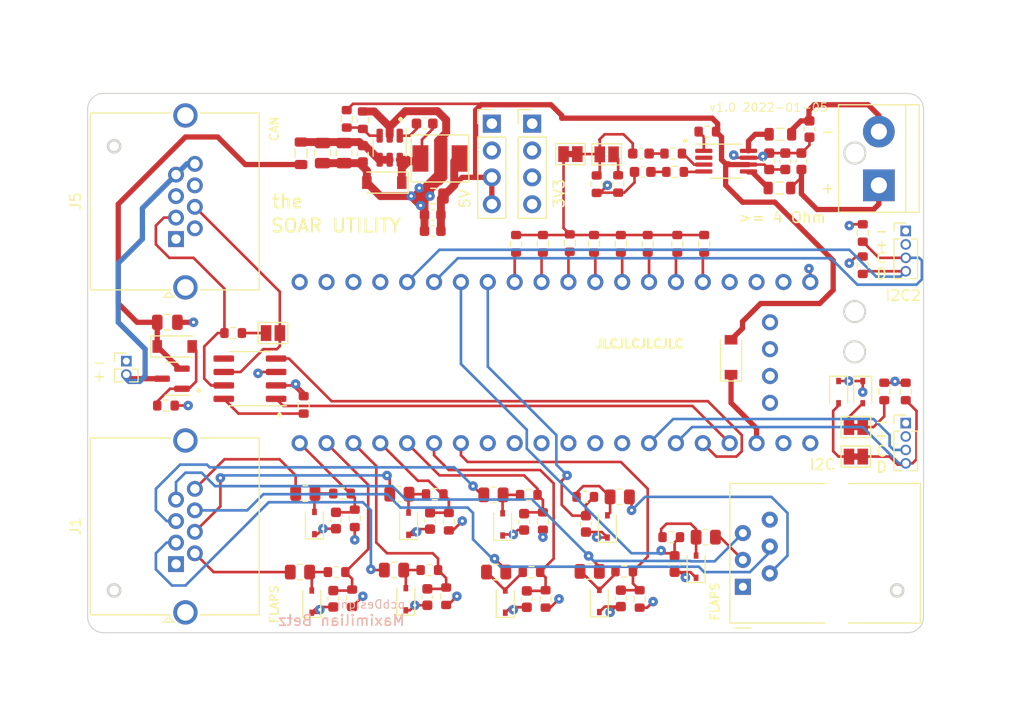
<source format=kicad_pcb>
(kicad_pcb (version 20211014) (generator pcbnew)
  (title_block (title "the SOAR Utility") (date "2022-01-05") (rev "v1.0"))
  (layers (0 "F.Cu" signal) (1 "In1.Cu" power) (2 "In2.Cu" power) (31 "B.Cu" jumper) (34 "B.Paste" user) (35 "F.Paste" user) (36 "B.SilkS" user "B.Silkscreen") (37 "F.SilkS" user "F.Silkscreen") (38 "B.Mask" user) (39 "F.Mask" user) (44 "Edge.Cuts" user))
  (net 0 "")
  (net 1 "VSUPPLY")
  (net 2 "GND")
  (net 3 "Net-(C2-Pad1)")
  (net 4 "Net-(C7-Pad1)")
  (net 5 "Net-(C7-Pad2)")
  (net 6 "+5V")
  (net 7 "+3V3")
  (net 8 "Net-(C11-Pad2)")
  (net 9 "Net-(C12-Pad1)")
  (net 10 "Net-(C12-Pad2)")
  (net 11 "Net-(D1-Pad2)")
  (net 12 "Net-(D2-Pad2)")
  (net 13 "Net-(D5-Pad2)")
  (net 14 "Net-(FB3-Pad1)")
  (net 15 "Net-(FB4-Pad1)")
  (net 16 "VSUPPLY_IN")
  (net 17 "CAN_H")
  (net 19 "CAN_L")
  (net 21 "SDA")
  (net 22 "SCL")
  (net 23 "AIN+")
  (net 24 "Net-(JP2-Pad2)")
  (net 25 "Net-(R5-Pad2)")
  (net 26 "Net-(R10-Pad2)")
  (net 27 "Net-(R11-Pad2)")
  (net 28 "Net-(R12-Pad2)")
  (net 29 "Net-(R13-Pad2)")
  (net 30 "CAN_TX")
  (net 31 "CAN_RX")
  (net 34 "Flaps_Input1")
  (net 35 "Flaps_Input3")
  (net 36 "Flaps_Input5")
  (net 37 "Flaps_Input7")
  (net 38 "Flaps_Input2")
  (net 39 "Flaps_Input4")
  (net 40 "Flaps_Input6")
  (net 41 "Flaps_In1")
  (net 42 "Flaps_In3")
  (net 43 "Flaps_In2")
  (net 44 "Flaps_In4")
  (net 45 "Flaps_In5")
  (net 46 "Flaps_In6")
  (net 47 "Net-(D12-Pad2)")
  (net 48 "Net-(D13-Pad2)")
  (net 49 "Net-(D14-Pad2)")
  (net 50 "Net-(D15-Pad2)")
  (net 51 "Net-(D16-Pad2)")
  (net 52 "Net-(D17-Pad2)")
  (net 53 "Net-(D21-Pad2)")
  (net 54 "Net-(C15-Pad1)")
  (net 65 "ADC_In2")
  (net 66 "Flaps_In7")
  (net 67 "ADC_In1")
  (net 68 "Net-(D4-Pad2)")
  (net 69 "ADC_Input1")
  (net 70 "ADC_Input2")
  (net 71 "SCL2")
  (net 72 "SDA2")
  (net 73 "PWM_A")
  (net 74 "PWM_B")
  (net 75 "ATTN_1")
  (net 76 "ATTN_2")
  (net 77 "ATTN_3")
  (net 78 "ATTN_4")
  (net 79 "ATTN_5")
  (net 80 "ATTN_6")
  (net 81 "Net-(JP5-Pad2)")
  (net 82 "Net-(C16-Pad1)")
  (net 83 "Net-(D6-Pad2)")
  (net 84 "Net-(D7-Pad1)")
  (footprint "Connector_PinHeader_1.27mm:PinHeader_1x02_P1.27mm_Vertical" (layer "F.Cu") (at 105.156 92.314)
    (fp_text reference "J7" hide)
    (fp_text value "HEADER_2" hide)
  )
  (footprint "Jumper:SolderJumper-2_P1.3mm_Bridged_Pad1.0x1.5mm" (layer "F.Cu") (at 147.1265 72.738)
    (fp_text reference "JP1" hide)
    (fp_text value "Jumper_Bridged" hide)
  )
  (footprint "Capacitor_SMD:C_0603_1608Metric" (layer "F.Cu") (at 143.002 114.821 90)
    (fp_text reference "C21" hide)
    (fp_text value "10n" hide)
  )
  (footprint "Capacitor_SMD:C_0603_1608Metric" (layer "F.Cu") (at 169.7185 70.371 -90)
    (fp_text reference "C16" hide)
    (fp_text value "220p" hide)
  )
  (footprint "Jumper:SolderJumper-2_P1.3mm_Bridged_Pad1.0x1.5mm" (layer "F.Cu") (at 174.102 101.346)
    (fp_text reference "JP4" hide)
    (fp_text value "Jumper_Bridged" hide)
  )
  (footprint "Jumper:SolderJumper-2_P1.3mm_Bridged_Pad1.0x1.5mm" (layer "F.Cu") (at 174.102 98.552 180)
    (fp_text reference "JP3" hide)
    (fp_text value "Jumper_Bridged" hide)
  )
  (footprint "Resistor_SMD:R_0603_1608Metric" (layer "F.Cu") (at 121.92 96.457 -90)
    (fp_text reference "R10" hide)
    (fp_text value "0R" hide)
  )
  (footprint "Capacitor_SMD:C_0603_1608Metric" (layer "F.Cu") (at 134.112 78.486)
    (fp_text reference "C10" hide)
    (fp_text value "100n" hide)
  )
  (footprint "Package_SO:SOIC-8_3.9x4.9mm_P1.27mm" (layer "F.Cu") (at 116.84 93.98 180)
    (fp_text reference "U3" hide)
    (fp_text value "SN65HVD231" hide)
  )
  (footprint "Capacitor_SMD:C_0603_1608Metric" (layer "F.Cu") (at 124.968 107.392 90)
    (fp_text reference "C6" hide)
    (fp_text value "10n" hide)
  )
  (footprint "Resistor_SMD:R_0603_1608Metric" (layer "F.Cu") (at 144.526 107.442 -90)
    (fp_text reference "R28" hide)
    (fp_text value "100k" hide)
  )
  (footprint "Resistor_SMD:R_0603_1608Metric" (layer "F.Cu") (at 152.209 112.205)
    (fp_text reference "R33" hide)
    (fp_text value "1k" hide)
  )
  (footprint "Resistor_SMD:R_0603_1608Metric" (layer "F.Cu") (at 157.0185 74.422)
    (fp_text reference "R12" hide)
    (fp_text value "R100" hide)
  )
  (footprint "Resistor_SMD:R_0805_2012Metric" (layer "F.Cu") (at 151.7885 105.156 180)
    (fp_text reference "R44" hide)
    (fp_text value "1k" hide)
  )
  (footprint "Diode_SMD:D_SOD-323" (layer "F.Cu") (at 122.936 107.633 90)
    (fp_text reference "D2" hide)
    (fp_text value "D_TVS" hide)
  )
  (footprint "Connector_PinHeader_2.54mm:PinHeader_1x04_P2.54mm_Vertical" (layer "F.Cu") (at 143.51 69.86)
    (fp_text reference "J9" hide)
    (fp_text value "HEADER_4" hide)
  )
  (footprint "Capacitor_SMD:C_0805_2012Metric" (layer "F.Cu") (at 109.032 88.646)
    (fp_text reference "C1" hide)
    (fp_text value "10u" hide)
  )
  (footprint "Diode_SMD:D_SOD-323" (layer "F.Cu") (at 140.97 115.062 90)
    (fp_text reference "D16" hide)
    (fp_text value "D_TVS" hide)
  )
  (footprint "Connector_RJ:RJ45_Amphenol_RJHSE5380" (layer "F.Cu") (at 109.853 111.51 90)
    (fp_text reference "J1")
    (fp_text value "RJ45-FLAPS")
  )
  (footprint "Capacitor_SMD:C_0603_1608Metric" (layer "F.Cu") (at 133.35 69.85 180)
    (fp_text reference "C7" hide)
    (fp_text value "100n" hide)
  )
  (footprint "Capacitor_SMD:C_0805_2012Metric" (layer "F.Cu") (at 125.73 72.644 -90)
    (fp_text reference "C4" hide)
    (fp_text value "2u2" hide)
  )
  (footprint "Resistor_SMD:R_0805_2012Metric" (layer "F.Cu") (at 122.0705 104.839)
    (fp_text reference "R2" hide)
    (fp_text value "1k" hide)
  )
  (footprint "Resistor_SMD:R_0603_1608Metric" (layer "F.Cu") (at 157.226 81.217 90)
    (fp_text reference "R36" hide)
    (fp_text value "120k" hide)
  )
  (footprint "Diode_SMD:D_SOD-123" (layer "F.Cu") (at 129.54 75.438 180)
    (fp_text reference "D3" hide)
    (fp_text value "D_B5819W" hide)
  )
  (footprint "Diode_SMD:D_SOD-323" (layer "F.Cu") (at 159.004 111.76 90)
    (fp_text reference "D4" hide)
    (fp_text value "D_TVS" hide)
  )
  (footprint "Capacitor_SMD:C_0603_1608Metric" (layer "F.Cu") (at 134.112 80.01 180)
    (fp_text reference "C8" hide)
    (fp_text value "1u" hide)
  )
  (footprint "Jumper:SolderJumper-2_P1.3mm_Open_Pad1.0x1.5mm" (layer "F.Cu") (at 119.014 89.662 180)
    (fp_text reference "JP2" hide)
    (fp_text value "Jumper_Open" hide)
  )
  (footprint "Resistor_SMD:R_0603_1608Metric" (layer "F.Cu") (at 143.193 104.965)
    (fp_text reference "R27" hide)
    (fp_text value "1k" hide)
  )
  (footprint "Resistor_SMD:R_0603_1608Metric" (layer "F.Cu") (at 153.67 114.808 -90)
    (fp_text reference "R34" hide)
    (fp_text value "100k" hide)
  )
  (footprint "Resistor_SMD:R_0603_1608Metric" (layer "F.Cu") (at 135.382 114.554 -90)
    (fp_text reference "R19" hide)
    (fp_text value "100k" hide)
  )
  (footprint "Resistor_SMD:R_0805_2012Metric" (layer "F.Cu") (at 159.9165 108.966 180)
    (fp_text reference "R7" hide)
    (fp_text value "1k" hide)
  )
  (footprint "Capacitor_SMD:C_0603_1608Metric" (layer "F.Cu") (at 127.508 72.71 90)
    (fp_text reference "C3" hide)
    (fp_text value "100n" hide)
  )
  (footprint "Connector_PinHeader_1.27mm:PinHeader_1x04_P1.27mm_Vertical" (layer "F.Cu") (at 178.816 80.01)
    (fp_text reference "J3" hide)
    (fp_text value "HEADER_4" hide)
  )
  (footprint "Resistor_SMD:R_0603_1608Metric" (layer "F.Cu") (at 147.066 81.154 -90)
    (fp_text reference "R40" hide)
    (fp_text value "7k5" hide)
  )
  (footprint "TerminalBlock:TerminalBlock_bornier-2_P5.08mm" (layer "F.Cu") (at 176.276 75.692 90)
    (fp_text reference "J4" hide)
    (fp_text value "Screw_Terminal_01x02" hide)
  )
  (footprint "Resistor_SMD:R_0603_1608Metric" (layer "F.Cu") (at 134.303 104.902)
    (fp_text reference "R23" hide)
    (fp_text value "1k" hide)
  )
  (footprint "Bluepill:blue_pill" (layer "F.Cu") (at 142.494 90.551 90)
    (fp_text reference "U6" hide)
    (fp_text value "BP" hide)
  )
  (footprint "Capacitor_SMD:C_0603_1608Metric" (layer "F.Cu") (at 156.972 111.506 90)
    (fp_text reference "C5" hide)
    (fp_text value "10n" hide)
  )
  (footprint "Capacitor_SMD:C_0603_1608Metric" (layer "F.Cu") (at 148.59 107.709 90)
    (fp_text reference "C26" hide)
    (fp_text value "10n" hide)
  )
  (footprint "Resistor_SMD:R_0603_1608Metric" (layer "F.Cu") (at 144.526 81.217 -90)
    (fp_text reference "R41" hide)
    (fp_text value "3k6" hide)
  )
  (footprint "Package_SO:MSOP-8_3x3mm_P0.65mm" (layer "F.Cu") (at 161.8445 73.406)
    (fp_text reference "U4" hide)
    (fp_text value "PAM8302AAS" hide)
  )
  (footprint "Diode_SMD:D_SOD-323" (layer "F.Cu") (at 172.466 95.25 -90)
    (fp_text reference "D6" hide)
    (fp_text value "D_TVS" hide)
  )
  (footprint "Resistor_SMD:R_0603_1608Metric" (layer "F.Cu") (at 174.752 83.249 -90)
    (fp_text reference "R46" hide)
    (fp_text value "4k7" hide)
  )
  (footprint "Capacitor_SMD:C_0603_1608Metric" (layer "F.Cu") (at 153.7915 72.688 180)
    (fp_text reference "C12" hide)
    (fp_text value "1u" hide)
  )
  (footprint "Resistor_SMD:R_0603_1608Metric" (layer "F.Cu") (at 148.527 105.156)
    (fp_text reference "R45" hide)
    (fp_text value "1k" hide)
  )
  (footprint "Resistor_SMD:R_0603_1608Metric" (layer "F.Cu") (at 126.492 114.745 -90)
    (fp_text reference "R24" hide)
    (fp_text value "100k" hide)
  )
  (footprint "Resistor_SMD:R_0603_1608Metric" (layer "F.Cu") (at 159.766 81.217 -90)
    (fp_text reference "R35" hide)
    (fp_text value "120k" hide)
  )
  (footprint "Connector_PinHeader_2.54mm:PinHeader_1x04_P2.54mm_Vertical" (layer "F.Cu") (at 139.7 69.86)
    (fp_text reference "J8" hide)
    (fp_text value "HEADER_4" hide)
  )
  (footprint "Capacitor_SMD:C_0805_2012Metric" (layer "F.Cu") (at 123.698 72.644 -90)
    (fp_text reference "C2" hide)
    (fp_text value "10u" hide)
  )
  (footprint "Inductor_SMD:L_0805_2012Metric" (layer "F.Cu") (at 166.971 70.866)
    (fp_text reference "FB4" hide)
    (fp_text value "Ferrite" hide)
  )
  (footprint "Resistor_SMD:R_0603_1608Metric" (layer "F.Cu") (at 125.984 69.405 -90)
    (fp_text reference "R5" hide)
    (fp_text value "54k9" hide)
  )
  (footprint "Resistor_SMD:R_0805_2012Metric" (layer "F.Cu") (at 140.1045 112.268 180)
    (fp_text reference "R29" hide)
    (fp_text value "1k" hide)
  )
  (footprint "Connector_RJ:RJ45_Amphenol_RJHSE5380" (layer "F.Cu") (at 109.853 80.776 90)
    (fp_text reference "J5")
    (fp_text value "RJ45-CAN")
  )
  (footprint "Capacitor_SMD:C_0603_1608Metric" (layer "F.Cu") (at 153.9575 74.422)
    (fp_text reference "C11" hide)
    (fp_text value "1u" hide)
  )
  (footprint "Resistor_SMD:R_0603_1608Metric" (layer "F.Cu") (at 176.784 95.187 -90)
    (fp_text reference "R15" hide)
    (fp_text value "4k7" hide)
  )
  (footprint "Diode_SMD:D_SOD-323" (layer "F.Cu") (at 149.86 114.999 90)
    (fp_text reference "D17" hide)
    (fp_text value "D_TVS" hide)
  )
  (footprint "Resistor_SMD:R_0603_1608Metric" (layer "F.Cu") (at 149.606 75.583 -90)
    (fp_text reference "R9" hide)
    (fp_text value "10k" hide)
  )
  (footprint "Resistor_SMD:R_0603_1608Metric" (layer "F.Cu") (at 125.031 112.268)
    (fp_text reference "R22" hide)
    (fp_text value "1k" hide)
  )
  (footprint "Resistor_SMD:R_0603_1608Metric" (layer "F.Cu") (at 141.986 81.217 -90)
    (fp_text reference "R42" hide)
    (fp_text value "1k8" hide)
  )
  (footprint "Capacitor_SMD:C_0603_1608Metric" (layer "F.Cu") (at 133.604 114.63 90)
    (fp_text reference "C17" hide)
    (fp_text value "10n" hide)
  )
  (footprint "Resistor_SMD:R_0805_2012Metric" (layer "F.Cu") (at 139.8505 104.965)
    (fp_text reference "R26" hide)
    (fp_text value "1k" hide)
  )
  (footprint "Resistor_SMD:R_0603_1608Metric" (layer "F.Cu") (at 151.892 81.217 -90)
    (fp_text reference "R38" hide)
    (fp_text value "30k" hide)
  )
  (footprint "Jumper:SolderJumper-2_P1.3mm_Open_Pad1.0x1.5mm" (layer "F.Cu") (at 150.5515 72.763)
    (fp_text reference "JP5" hide)
    (fp_text value "Jumper_Open" hide)
  )
  (footprint "Resistor_SMD:R_0603_1608Metric" (layer "F.Cu") (at 143.447 112.268)
    (fp_text reference "R30" hide)
    (fp_text value "1k" hide)
  )
  (footprint "Resistor_SMD:R_0603_1608Metric" (layer "F.Cu") (at 108.903 96.52 180)
    (fp_text reference "R1" hide)
    (fp_text value "100k" hide)
  )
  (footprint "Diode_SMD:D_SOD-323" (layer "F.Cu") (at 131.826 107.696 90)
    (fp_text reference "D14" hide)
    (fp_text value "D_TVS" hide)
  )
  (footprint "Resistor_SMD:R_0603_1608Metric" (layer "F.Cu") (at 160.0665 70.612 180)
    (fp_text reference "R13" hide)
    (fp_text value "10k" hide)
  )
  (footprint "Diode_SMD:D_SOD-323" (layer "F.Cu") (at 150.622 107.95 90)
    (fp_text reference "D21" hide)
    (fp_text value "D_TVS" hide)
  )
  (footprint "Resistor_SMD:R_0603_1608Metric" (layer "F.Cu") (at 151.638 75.563 -90)
    (fp_text reference "R47" hide)
    (fp_text value "10k" hide)
  )
  (footprint "Diode_SMD:D_SOD-123" (layer "F.Cu") (at 109.728 90.932)
    (fp_text reference "D1" hide)
    (fp_text value "D_MM1Z15" hide)
  )
  (footprint "Connector_PinHeader_1.27mm:PinHeader_1x04_P1.27mm_Vertical" (layer "F.Cu") (at 178.816 98.176)
    (fp_text reference "J6" hide)
    (fp_text value "HEADER_4" hide)
  )
  (footprint "Capacitor_SMD:C_0603_1608Metric" (layer "F.Cu") (at 165.9085 73.419 90)
    (fp_text reference "C14" hide)
    (fp_text value "1u" hide)
  )
  (footprint "Capacitor_SMD:C_0805_2012Metric" (layer "F.Cu") (at 134.178 76.708 180)
    (fp_text reference "C9" hide)
    (fp_text value "10u" hide)
  )
  (footprint "Capacitor_SMD:C_0603_1608Metric" (layer "F.Cu") (at 124.714 114.795 90)
    (fp_text reference "C18" hide)
    (fp_text value "10n" hide)
  )
  (footprint "Resistor_SMD:R_0603_1608Metric" (layer "F.Cu") (at 154.432 81.217 -90)
    (fp_text reference "R37" hide)
    (fp_text value "56k" hide)
  )
  (footprint "Resistor_SMD:R_0603_1608Metric" (layer "F.Cu") (at 156.8415 72.688)
    (fp_text reference "R11" hide)
    (fp_text value "R100" hide)
  )
  (footprint "Diode_SMD:D_SOD-323" (layer "F.Cu") (at 122.682 115.062 90)
    (fp_text reference "D13" hide)
    (fp_text value "D_TVS" hide)
  )
  (footprint "Resistor_SMD:R_0603_1608Metric" (layer "F.Cu") (at 149.352 81.217 -90)
    (fp_text reference "R39" hide)
    (fp_text value "15k" hide)
  )
  (footprint "Inductor_SMD:L_0805_2012Metric" (layer "F.Cu") (at 121.666 72.6635 90)
    (fp_text reference "FB1" hide)
    (fp_text value "Ferrite" hide)
  )
  (footprint "Capacitor_SMD:C_0603_1608Metric" (layer "F.Cu") (at 168.9565 73.419 90)
    (fp_text reference "C15" hide)
    (fp_text value "220p" hide)
  )
  (footprint "Package_TO_SOT_SMD:TSOT-23-6" (layer "F.Cu") (at 130.048 72.136 -90)
    (fp_text reference "U1" hide)
    (fp_text value "LV2842X" hide)
  )
  (footprint "Resistor_SMD:R_0805_2012Metric" (layer "F.Cu") (at 130.9605 104.902)
    (fp_text reference "R21" hide)
    (fp_text value "1k" hide)
  )
  (footprint "Resistor_SMD:R_0603_1608Metric" (layer "F.Cu") (at 178.816 95.187 -90)
    (fp_text reference "R16" hide)
    (fp_text value "4k7" hide)
  )
  (footprint "Capacitor_SMD:C_0603_1608Metric" (layer "F.Cu") (at 133.858 107.429 90)
    (fp_text reference "C19" hide)
    (fp_text value "10n" hide)
  )
  (footprint "OWN_PARTS:MWSA0402S" (layer "F.Cu") (at 134.802 73.152 180)
    (fp_text reference "L1" hide)
    (fp_text value "10u" hide)
  )
  (footprint "Diode_SMD:D_SOD-323" (layer "F.Cu") (at 131.572 114.837 90)
    (fp_text reference "D12" hide)
    (fp_text value "D_TVS" hide)
  )
  (footprint "Resistor_SMD:R_0603_1608Metric" (layer "F.Cu") (at 156.655 108.966)
    (fp_text reference "R8" hide)
    (fp_text value "1k" hide)
  )
  (footprint "Capacitor_SMD:C_0603_1608Metric" (layer "F.Cu") (at 151.892 114.758 90)
    (fp_text reference "C22" hide)
    (fp_text value "10n" hide)
  )
  (footprint "Diode_SMD:D_SOD-323" (layer "F.Cu") (at 140.716 107.759 90)
    (fp_text reference "D15" hide)
    (fp_text value "D_TVS" hide)
  )
  (footprint "Resistor_SMD:R_0603_1608Metric" (layer "F.Cu") (at 133.795 112.077)
    (fp_text reference "R18" hide)
    (fp_text value "1k" hide)
  )
  (footprint "Diode_SMD:D_SOD-323" (layer "F.Cu") (at 174.752 95.25 -90)
    (fp_text reference "D5" hide)
    (fp_text value "D_TVS" hide)
  )
  (footprint "Resistor_SMD:R_0603_1608Metric" (layer "F.Cu") (at 127.508 69.533 90)
    (fp_text reference "R6" hide)
    (fp_text value "10k" hide)
  )
  (footprint "Package_TO_SOT_SMD:SOT-23" (layer "F.Cu") (at 109.474 93.98 180)
    (fp_text reference "Q1" hide)
    (fp_text value "AO3401A" hide)
  )
  (footprint "Resistor_SMD:R_0805_2012Metric" (layer "F.Cu") (at 130.4525 112.077)
    (fp_text reference "R17" hide)
    (fp_text value "1k" hide)
  )
  (footprint "Diode_SMD:D_SOD-123" (layer "F.Cu") (at 162.306 91.948 90)
    (fp_text reference "D7" hide)
    (fp_text value "D_B5819W" hide)
  )
  (footprint "Resistor_SMD:R_0603_1608Metric" (layer "F.Cu") (at 174.752 80.201 -90)
    (fp_text reference "R43" hide)
    (fp_text value "4k7" hide)
  )
  (footprint "Capacitor_SMD:C_0603_1608Metric" (layer "F.Cu") (at 142.748 107.518 90)
    (fp_text reference "C20" hide)
    (fp_text value "10n" hide)
  )
  (footprint "Resistor_SMD:R_0805_2012Metric" (layer "F.Cu") (at 148.9475 112.205 180)
    (fp_text reference "R32" hide)
    (fp_text value "1k" hide)
  )
  (footprint "Resistor_SMD:R_0603_1608Metric" (layer "F.Cu") (at 115.253 89.662)
    (fp_text reference "R14" hide)
    (fp_text value "R120" hide)
  )
  (footprint "Inductor_SMD:L_0805_2012Metric" (layer "F.Cu") (at 166.878 75.946)
    (fp_text reference "FB3" hide)
    (fp_text value "Ferrite" hide)
  )
  (footprint "Connector_RJ:RJ12_Amphenol_54601" (layer "F.Cu") (at 163.426 113.66 90)
    (fp_text reference "J2" hide)
    (fp_text value "RJ12-FLAPS" hide)
  )
  (footprint "Resistor_SMD:R_0603_1608Metric" (layer "F.Cu") (at 126.746 107.188 -90)
    (fp_text reference "R4" hide)
    (fp_text value "100k" hide)
  )
  (footprint "Capacitor_SMD:C_0603_1608Metric" (layer "F.Cu") (at 167.4325 73.419 90)
    (fp_text reference "C13" hide)
    (fp_text value "10u" hide)
  )
  (footprint "Resistor_SMD:R_0603_1608Metric" (layer "F.Cu") (at 125.539 104.839)
    (fp_text reference "R3" hide)
    (fp_text value "1k" hide)
  )
  (footprint "Resistor_SMD:R_0603_1608Metric" (layer "F.Cu") (at 144.78 114.808 -90)
    (fp_text reference "R31" hide)
    (fp_text value "100k" hide)
  )
  (footprint "Resistor_SMD:R_0603_1608Metric" (layer "F.Cu") (at 135.636 107.505 -90)
    (fp_text reference "R25" hide)
    (fp_text value "100k" hide)
  )
  (footprint "Resistor_SMD:R_0805_2012Metric" (layer "F.Cu") (at 121.5625 112.268)
    (fp_text reference "R20" hide)
    (fp_text value "1k" hide)
  )
  (gr_arc (start 101.5 68.5) (mid 101.93934 67.43934) (end 103 67) (layer "Edge.Cuts") (width 0.1))
  (gr_line (start 101.5 68.5) (end 101.5 116.5) (layer "Edge.Cuts") (width 0.1))
  (gr_line (start 180.5 116.5) (end 180.5 68.5) (layer "Edge.Cuts") (width 0.1))
  (gr_line (start 179 67) (end 103 67) (layer "Edge.Cuts") (width 0.1))
  (gr_line (start 103 118) (end 179 118) (layer "Edge.Cuts") (width 0.1))
  (gr_circle (center 178 114) (end 178.576 114) (layer "Edge.Cuts") (width 0.249) (fill none))
  (gr_circle (center 173.99 91.44) (end 174.99 91.44) (layer "Edge.Cuts") (width 0.2) (fill none))
  (gr_arc (start 103 118) (mid 101.93934 117.56066) (end 101.5 116.5) (layer "Edge.Cuts") (width 0.1))
  (gr_circle (center 174.006 72.644) (end 175.006 72.644) (layer "Edge.Cuts") (width 0.2) (fill none))
  (gr_circle (center 104 72) (end 104.576 72) (layer "Edge.Cuts") (width 0.249) (fill none))
  (gr_arc (start 179 67) (mid 180.06066 67.43934) (end 180.5 68.5) (layer "Edge.Cuts") (width 0.1))
  (gr_circle (center 104 114) (end 104.576 114) (layer "Edge.Cuts") (width 0.249) (fill none))
  (gr_arc (start 180.5 116.5) (mid 180.06066 117.56066) (end 179 118) (layer "Edge.Cuts") (width 0.1))
  (gr_circle (center 173.99 87.63) (end 174.99 87.63) (layer "Edge.Cuts") (width 0.2) (fill none))
  (gr_text "pcbDesign:" (at 128.27 115.316) (layer "B.SilkS") (effects (font (size 0.8 0.8) (thickness 0.1)) (justify mirror)))
  (gr_text "Maximilian Betz" (at 125.476 116.84) (layer "B.SilkS") (effects (font (size 1 1)) (justify mirror)))
  (gr_text "+" (at 171.45 75.946) (layer "F.SilkS") (effects (font (size 1 1))))
  (gr_text "-" (at 176.53 98.044) (layer "F.SilkS") (effects (font (size 1 1))))
  (gr_text "SOAR UTILITY" (at 124.968 79.502) (layer "F.SilkS") (effects (font (size 1.25 1.25) (thickness 0.2))))
  (gr_text "D" (at 176.53 102.362) (layer "F.SilkS") (effects (font (size 1 1))))
  (gr_text "." (at 131.064 68.834) (layer "F.SilkS") (effects (font (size 1.5 1.5) (thickness 0.3))))
  (gr_text "the" (at 120.396 77.216) (layer "F.SilkS") (effects (font (size 1.25 1.25) (thickness 0.2))))
  (gr_text "-" (at 171.45 70.612) (layer "F.SilkS") (effects (font (size 1 1))))
  (gr_text ">= 4 Ohm" (at 167.132 78.74) (layer "F.SilkS") (effects (font (size 1 1))))
  (gr_text "FLAPS" (at 119.126 115.316 90) (layer "F.SilkS") (effects (font (size 0.8 0.8))))
  (gr_text "CAN" (at 119.126 70.358 90) (layer "F.SilkS") (effects (font (size 0.8 0.8))))
  (gr_text "+" (at 176.53 99.314) (layer "F.SilkS") (effects (font (size 1 1))))
  (gr_text "JLCJLCJLCJLC" (at 153.67 90.678) (layer "F.SilkS") (effects (font (size 0.8 0.8) (thickness 0.2))))
  (gr_text "FLAPS" (at 160.782 115.062 90) (layer "F.SilkS") (effects (font (size 0.8 0.8))))
  (gr_text "-" (at 176.53 80.01) (layer "F.SilkS") (effects (font (size 1 1))))
  (gr_text "-" (at 102.616 92.456) (layer "F.SilkS") (effects (font (size 1 1))))
  (gr_text "C" (at 176.53 100.838) (layer "F.SilkS") (effects (font (size 1 1))))
  (gr_text "3V3" (at 146.05 76.454 90) (layer "F.SilkS") (effects (font (size 1 1))))
  (gr_text "." (at 157.988 70.866) (layer "F.SilkS") (effects (font (size 1.5 1.5) (thickness 0.3))))
  (gr_text "I2C2" (at 178.562 86.106) (layer "F.SilkS") (effects (font (size 1 1))))
  (gr_text "+" (at 102.616 93.726) (layer "F.SilkS") (effects (font (size 1 1))))
  (gr_text "C" (at 176.53 82.55) (layer "F.SilkS") (effects (font (size 1 1))))
  (gr_text "I2C" (at 170.942 102.108) (layer "F.SilkS") (effects (font (size 1 1))))
  (gr_text "." (at 119.634 96.774) (layer "F.SilkS") (effects (font (size 1.5 1.5) (thickness 0.3))))
  (gr_text "5V" (at 137.16 76.962 90) (layer "F.SilkS") (effects (font (size 1 1))))
  (gr_text "D" (at 176.53 84.074) (layer "F.SilkS") (effects (font (size 1 1))))
  (gr_text "+" (at 176.53 81.28) (layer "F.SilkS") (effects (font (size 1 1))))
  (gr_text "v1.0 2022-01-05" (at 165.862 68.326) (layer "F.SilkS") (effects (font (size 0.8 0.8) (thickness 0.1))))
  (gr_text "." (at 112.014 94.488) (layer "F.SilkS") (effects (font (size 1.5 1.5) (thickness 0.3))))
  (segment (start 110.744 71.12) (end 104.394 77.47) (width 0.5) (layer "F.Cu") (net 1))
  (segment (start 121.666 73.726) (end 116.398 73.726) (width 0.5) (layer "F.Cu") (net 1))
  (segment (start 116.398 73.726) (end 113.792 71.12) (width 0.5) (layer "F.Cu") (net 1))
  (segment (start 108.078 88.65) (end 108.082 88.646) (width 0.5) (layer "F.Cu") (net 1))
  (segment (start 110.176 93.03) (end 108.078 90.932) (width 0.5) (layer "F.Cu") (net 1))
  (segment (start 106.172 88.646) (end 108.082 88.646) (width 0.5) (layer "F.Cu") (net 1))
  (segment (start 108.078 90.932) (end 108.078 88.65) (width 0.5) (layer "F.Cu") (net 1))
  (segment (start 104.394 77.47) (end 104.394 86.868) (width 0.5) (layer "F.Cu") (net 1))
  (segment (start 113.792 71.12) (end 110.744 71.12) (width 0.5) (layer "F.Cu") (net 1))
  (segment (start 110.4115 93.03) (end 110.176 93.03) (width 0.5) (layer "F.Cu") (net 1))
  (segment (start 104.394 86.868) (end 106.172 88.646) (width 0.5) (layer "F.Cu") (net 1))
  (segment (start 156.972 112.281) (end 157.493 112.281) (width 0.25) (layer "F.Cu") (net 2))
  (segment (start 119.315 94.615) (end 120.903 94.615) (width 0.25) (layer "F.Cu") (net 2))
  (segment (start 152.212 76.388) (end 153.1825 75.4175) (width 0.25) (layer "F.Cu") (net 2))
  (segment (start 124.714 115.57) (end 123.224 115.57) (width 0.25) (layer "F.Cu") (net 2))
  (segment (start 172.466 94.2) (end 173.448 94.2) (width 0.25) (layer "F.Cu") (net 2))
  (segment (start 134.930511 71.176511) (end 135.382 70.725022) (width 0.75) (layer "F.Cu") (net 2))
  (segment (start 142.748 108.293) (end 142.151 108.293) (width 0.25) (layer "F.Cu") (net 2))
  (segment (start 135.128 71.374) (end 135.128 74.93) (width 0.75) (layer "F.Cu") (net 2))
  (segment (start 149.64 109) (end 149.606 108.966) (width 0.25) (layer "F.Cu") (net 2))
  (segment (start 141.732 108.712) (end 140.813 108.712) (width 0.25) (layer "F.Cu") (net 2))
  (segment (start 127.89 74.296) (end 127.89 75.438) (width 0.75) (layer "F.Cu") (net 2))
  (segment (start 157.493 112.281) (end 157.988 112.776) (width 0.25) (layer "F.Cu") (net 2))
  (segment (start 122.936 108.683) (end 123.219 108.683) (width 0.25) (layer "F.Cu") (net 2))
  (segment (start 132.3 108.746) (end 132.588 108.458) (width 0.25) (layer "F.Cu") (net 2))
  (segment (start 158.475 112.281) (end 159.004 112.81) (width 0.25) (layer "F.Cu") (net 2))
  (segment (start 133.337 76.817) (end 133.228 76.708) (width 0.75) (layer "F.Cu") (net 2))
  (segment (start 150.622 109) (end 149.64 109) (width 0.25) (layer "F.Cu") (net 2))
  (segment (start 133.228 76.068) (end 134.62 74.676) (width 0.75) (layer "F.Cu") (net 2))
  (segment (start 131.572 115.887) (end 131.941 115.887) (width 0.25) (layer "F.Cu") (net 2))
  (segment (start 151.638 76.388) (end 152.212 76.388) (width 0.25) (layer "F.Cu") (net 2))
  (segment (start 156.972 112.281) (end 158.475 112.281) (width 0.25) (layer "F.Cu") (net 2))
  (segment (start 134.62 75.324953) (end 134.62 74.676) (width 0.75) (layer "F.Cu") (net 2))
  (segment (start 141.96 115.596) (end 141.732 115.824) (width 0.25) (layer "F.Cu") (net 2))
  (segment (start 121.92 95.632) (end 121.92 95.25) (width 0.25) (layer "F.Cu") (net 2))
  (segment (start 153.1825 75.4175) (end 153.1825 74.422) (width 0.25) (layer "F.Cu") (net 2))
  (segment (start 162.807377 73.081) (end 162.557877 72.8315) (width 0.25) (layer "F.Cu") (net 2))
  (segment (start 134.563692 68.683) (end 131.534546 68.683) (width 0.75) (layer "F.Cu") (net 2))
  (segment (start 121.92 95.25) (end 121.158 94.488) (width 0.25) (layer "F.Cu") (net 2))
  (segment (start 131.941 115.887) (end 132.423 115.405) (width 0.25) (layer "F.Cu") (net 2))
  (segment (start 169.7185 71.882) (end 168.9565 72.644) (width 0.25) (layer "F.Cu") (net 2))
  (segment (start 123.156 116.112) (end 123.444 115.824) (width 0.25) (layer "F.Cu") (net 2))
  (segment (start 133.604 115.405) (end 132.423 115.405) (width 0.25) (layer "F.Cu") (net 2))
  (segment (start 134.62 71.487022) (end 134.930511 71.176511) (width 0.75) (layer "F.Cu") (net 2))
  (segment (start 151.892 115.533) (end 151.421 115.533) (width 0.25) (layer "F.Cu") (net 2))
  (segment (start 133.858 76.086953) (end 134.62 75.324953) (width 0.75) (layer "F.Cu") (net 2))
  (segment (start 163.957 73.081) (end 162.807377 73.081) (width 0.25) (layer "F.Cu") (net 2))
  (segment (start 122.682 116.112) (end 123.156 116.112) (width 0.25) (layer "F.Cu") (net 2))
  (segment (start 168.9565 72.644) (end 165.9085 72.644) (width 0.25) (layer "F.Cu") (net 2))
  (segment (start 134.930511 71.176511) (end 135.128 71.374) (width 0.75) (layer "F.Cu") (net 2))
  (segment (start 140.813 108.712) (end 140.716 108.809) (width 0.25) (layer "F.Cu") (net 2))
  (segment (start 133.337 77.965) (end 132.969 77.597) (width 0.75) (layer "F.Cu") (net 2))
  (segment (start 123.698 73.594) (end 127.188 73.594) (width 0.75) (layer "F.Cu") (net 2))
  (segment (start 165.4715 73.081) (end 163.957 73.081) (width 0.25) (layer "F.Cu") (net 2))
  (segment (start 151.638 76.388) (end 149.626 76.388) (width 0.25) (layer "F.Cu") (net 2))
  (segment (start 131.826 108.746) (end 132.3 108.746) (width 0.25) (layer "F.Cu") (net 2))
  (segment (start 163.957 73.081) (end 165.186162 73.081) (width 0.25) (layer "F.Cu") (net 2))
  (segment (start 132.969 77.597) (end 132.08 76.708) (width 0.75) (layer "F.Cu") (net 2))
  (segment (start 150.376 115.533) (end 149.86 116.049) (width 0.25) (layer "F.Cu") (net 2))
  (segment (start 133.228 76.708) (end 132.08 76.708) (width 0.75) (layer "F.Cu") (net 2))
  (segment (start 149.606 76.408) (end 149.906 76.408) (width 0.25) (layer "F.Cu") (net 2))
  (segment (start 109.728 96.52) (end 110.998 96.52) (width 0.25) (layer "F.Cu") (net 2))
  (segment (start 133.337 78.486) (end 133.337 77.965) (width 0.75) (layer "F.Cu") (net 2))
  (segment (start 133.337 80.01) (end 133.337 76.817) (width 0.75) (layer "F.Cu") (net 2))
  (segment (start 127.188 73.594) (end 127.89 74.296) (width 0.75) (layer "F.Cu") (net 2))
  (segment (start 169.7185 71.146) (end 169.7185 71.882) (width 0.25) (layer "F.Cu") (net 2))
  (segment (start 174.752 94.2) (end 174.752 95.25) (width 0.25) (layer "F.Cu") (net 2))
  (segment (start 151.421 115.533) (end 150.876 116.078) (width 0.25) (layer "F.Cu") (net 2))
  (segment (start 109.982 88.646) (end 111.506 88.646) (width 0.5) (layer "F.Cu") (net 2))
  (segment (start 132.08 76.708) (end 132.842 75.946) (width 0.25) (layer "F.Cu") (net 2))
  (segment (start 134.62 74.676) (end 134.62 71.487022) (width 0.75) (layer "F.Cu") (net 2))
  (segment (start 123.224 115.57) (end 122.682 116.112) (width 0.25) (layer "F.Cu") (net 2))
  (segment (start 120.903 94.615) (end 121.92 95.632) (width 0.25) (layer "F.Cu") (net 2))
  (segment (start 151.892 115.533) (end 150.376 115.533) (width 0.25) (layer "F.Cu") (net 2))
  (segment (start 150.106 108.484) (end 150.622 109) (width 0.25) (layer "F.Cu") (net 2))
  (segment (start 134.733047 75.324953) (end 134.62 75.324953) (width 0.75) (layer "F.Cu") (net 2))
  (segment (start 149.906 76.408) (end 150.622 75.692) (width 0.25) (layer "F.Cu") (net 2))
  (segment (start 149.626 76.388) (end 149.606 76.408) (width 0.25) (layer "F.Cu") (net 2))
  (segment (start 143.002 115.596) (end 141.96 115.596) (width 0.25) (layer "F.Cu") (net 2))
  (segment (start 174.752 94.2) (end 173.448 94.2) (width 0.25) (layer "F.Cu") (net 2))
  (segment (start 131.534546 68.683) (end 130.048 70.169546) (width 0.75) (layer "F.Cu") (net 2))
  (segment (start 165.186162 73.081) (end 165.310662 72.9565) (width 0.25) (layer "F.Cu") (net 2))
  (segment (start 127.399 73.594) (end 127.508 73.485) (width 0.25) (layer "F.Cu") (net 2))
  (segment (start 124.968 108.167) (end 123.735 108.167) (width 0.25) (layer "F.Cu") (net 2))
  (segment (start 142.151 108.293) (end 141.732 108.712) (width 0.25) (layer "F.Cu") (net 2))
  (segment (start 127.508 68.708) (end 128.586454 68.708) (width 0.75) (layer "F.Cu") (net 2))
  (segment (start 148.59 108.484) (end 150.106 108.484) (width 0.25) (layer "F.Cu") (net 2))
  (segment (start 133.228 76.708) (end 133.858 76.708) (width 0.25) (layer "F.Cu") (net 2))
  (segment (start 135.382 70.725022) (end 135.382 69.501308) (width 0.75) (layer "F.Cu") (net 2))
  (segment (start 128.586454 68.708) (end 130.048 70.169546) (width 0.75) (layer "F.Cu") (net 2))
  (segment (start 132.08 76.708) (end 129.16 76.708) (width 0.75) (layer "F.Cu") (net 2))
  (segment (start 129.16 76.708) (end 127.89 75.438) (width 0.75) (layer "F.Cu") (net 2))
  (segment (start 133.858 76.708) (end 133.858 76.086953) (width 0.75) (layer "F.Cu") (net 2))
  (segment (start 141.486 115.596) (end 140.97 116.112) (width 0.25) (layer "F.Cu") (net 2))
  (segment (start 130.048 70.9985) (end 130.048 70.169546) (width 0.75) (layer "F.Cu") (net 2))
  (segment (start 133.858 76.708) (end 132.969 77.597) (width 0.25) (layer "F.Cu") (net 2))
  (segment (start 165.9085 72.644) (end 165.4715 73.081) (width 0.25) (layer "F.Cu") (net 2))
  (segment (start 133.858 108.204) (end 132.368 108.204) (width 0.25) (layer "F.Cu") (net 2))
  (segment (start 123.219 108.683) (end 123.735 108.167) (width 0.25) (layer "F.Cu") (net 2))
  (segment (start 132.368 108.204) (end 131.826 108.746) (width 0.25) (layer "F.Cu") (net 2))
  (segment (start 143.002 115.596) (end 141.486 115.596) (width 0.25) (layer "F.Cu") (net 2))
  (segment (start 133.228 76.708) (end 133.228 76.068) (width 0.75) (layer "F.Cu") (net 2))
  (segment (start 135.128 74.93) (end 134.733047 75.324953) (width 0.75) (layer "F.Cu") (net 2))
  (segment (start 135.382 69.501308) (end 134.563692 68.683) (width 0.75) (layer "F.Cu") (net 2))
  (via (at 132.588 108.458) (size 0.9) (drill 0.3) (layers "F.Cu" "B.Cu") (net 2))
  (via (at 149.606 108.966) (size 0.9) (drill 0.3) (layers "F.Cu" "B.Cu") (net 2))
  (via (at 157.988 112.776) (size 0.9) (drill 0.3) (layers "F.Cu" "B.Cu") (net 2))
  (via (at 162.557877 72.8315) (size 0.9) (drill 0.3) (layers "F.Cu" "B.Cu") (net 2))
  (via (at 132.969 77.597) (size 0.9) (drill 0.3) (layers "F.Cu" "B.Cu") (net 2))
  (via (at 141.732 115.824) (size 0.9) (drill 0.3) (layers "F.Cu" "B.Cu") (net 2))
  (via (at 110.998 96.52) (size 0.9) (drill 0.3) (layers "F.Cu" "B.Cu") (net 2))
  (via (at 121.158 94.488) (size 0.9) (drill 0.3) (layers "F.Cu" "B.Cu") (net 2))
  (via (at 150.622 75.692) (size 0.9) (drill 0.3) (layers "F.Cu" "B.Cu") (net 2))
  (via (at 123.444 115.824) (size 0.9) (drill 0.3) (layers "F.Cu" "B.Cu") (net 2))
  (via (at 150.876 116.078) (size 0.9) (drill 0.3) (layers "F.Cu" "B.Cu") (net 2))
  (via (at 141.732 108.712) (size 0.9) (drill 0.3) (layers "F.Cu" "B.Cu") (net 2))
  (via (at 133.858 76.708) (size 0.9) (drill 0.3) (layers "F.Cu" "B.Cu") (net 2))
  (via (at 174.752 95.25) (size 0.9) (drill 0.3) (layers "F.Cu" "B.Cu") (net 2))
  (via (at 132.423 115.405) (size 0.9) (drill 0.3) (layers "F.Cu" "B.Cu") (net 2))
  (via (at 111.506 88.646) (size 0.9) (drill 0.3) (layers "F.Cu" "B.Cu") (net 2))
  (via (at 165.310662 72.9565) (size 0.9) (drill 0.3) (layers "F.Cu" "B.Cu") (net 2))
  (via (at 132.08 76.708) (size 0.9) (drill 0.3) (layers "F.Cu" "B.Cu") (net 2))
  (via (at 132.842 75.946) (size 0.9) (drill 0.3) (layers "F.Cu" "B.Cu") (net 2))
  (via (at 173.448 94.2) (size 0.9) (drill 0.3) (layers "F.Cu" "B.Cu") (net 2))
  (via (at 123.735 108.167) (size 0.9) (drill 0.3) (layers "F.Cu" "B.Cu") (net 2))
  (segment (start 123.605 71.601) (end 123.698 71.694) (width 0.25) (layer "F.Cu") (net 3))
  (segment (start 130.048 73.2735) (end 129.098 73.2735) (width 0.75) (layer "F.Cu") (net 3))
  (segment (start 127.267 71.694) (end 127.508 71.935) (width 0.25) (layer "F.Cu") (net 3))
  (segment (start 127.508 71.935) (end 127.7595 71.935) (width 0.25) (layer "F.Cu") (net 3))
  (segment (start 121.666 71.601) (end 127.174 71.601) (width 0.75) (layer "F.Cu") (net 3))
  (segment (start 127.711658 71.935) (end 127.508 71.935) (width 0.75) (layer "F.Cu") (net 3))
  (segment (start 127.174 71.601) (end 127.508 71.935) (width 0.75) (layer "F.Cu") (net 3))
  (segment (start 129.050158 73.2735) (end 127.711658 71.935) (width 0.75) (layer "F.Cu") (net 3))
  (segment (start 129.098 73.2735) (end 129.050158 73.2735) (width 0.75) (layer "F.Cu") (net 3))
  (segment (start 133.096 71.374) (end 133.096 73.406) (width 0.25) (layer "F.Cu") (net 4))
  (segment (start 131.19 74.042) (end 131.826 73.406) (width 0.75) (layer "F.Cu") (net 4))
  (segment (start 130.998 73.2735) (end 131.6935 73.2735) (width 0.75) (layer "F.Cu") (net 4))
  (segment (start 134.125 70.345) (end 134.125 69.85) (width 0.25) (layer "F.Cu") (net 4))
  (segment (start 133.096 71.374) (end 134.125 70.345) (width 0.25) (layer "F.Cu") (net 4))
  (segment (start 131.6935 73.2735) (end 131.826 73.406) (width 0.75) (layer "F.Cu") (net 4))
  (segment (start 131.19 75.438) (end 131.19 74.042) (width 0.75) (layer "F.Cu") (net 4))
  (segment (start 131.826 73.406) (end 133.096 73.406) (width 0.75) (layer "F.Cu") (net 4))
  (segment (start 132.588 70.358) (end 132.588 69.863) (width 0.25) (layer "F.Cu") (net 5))
  (segment (start 132.588 69.863) (end 132.575 69.85) (width 0.25) (layer "F.Cu") (net 5))
  (segment (start 131.9475 70.9985) (end 132.588 70.358) (width 0.25) (layer "F.Cu") (net 5))
  (segment (start 131.9475 70.9985) (end 130.998 70.9985) (width 0.25) (layer "F.Cu") (net 5))
  (segment (start 145.288 68.072) (end 146.304 69.088) (width 0.5) (layer "F.Cu") (net 6))
  (segment (start 161.406489 71.126989) (end 161.406489 73.268489) (width 0.5) (layer "F.Cu") (net 6))
  (segment (start 171.958 82.804) (end 166.438511 77.284511) (width 0.5) (layer "F.Cu") (net 6))
  (segment (start 163.390511 77.284511) (end 161.798 75.692) (width 0.5) (layer "F.Cu") (net 6))
  (segment (start 134.887 80.01) (end 134.887 76.949) (width 0.75) (layer "F.Cu") (net 6))
  (segment (start 171.958 85.598) (end 171.958 82.804) (width 0.5) (layer "F.Cu") (net 6))
  (segment (start 126.58052 67.98348) (end 138.59548 67.98348) (width 0.25) (layer "F.Cu") (net 6))
  (segment (start 139.7 77.48) (end 139.7 74.94) (width 0.5) (layer "F.Cu") (net 6))
  (segment (start 165.1 86.868) (end 170.688 86.868) (width 0.5) (layer "F.Cu") (net 6))
  (segment (start 162.306 90.298) (end 163.390511 89.213489) (width 0.5) (layer "F.Cu") (net 6))
  (segment (start 138.684 68.072) (end 145.288 68.072) (width 0.5) (layer "F.Cu") (net 6))
  (segment (start 136.146 73.406) (end 136.146 75.69) (width 0.75) (layer "F.Cu") (net 6))
  (segment (start 161.036 69.85) (end 161.036 70.4675) (width 0.5) (layer "F.Cu") (net 6))
  (segment (start 138.166 74.94) (end 139.7 74.94) (width 0.5) (layer "F.Cu") (net 6))
  (segment (start 163.390511 89.213489) (end 163.390511 88.577489) (width 0.5) (layer "F.Cu") (net 6))
  (segment (start 162.052 73.66) (end 162.123 73.731) (width 0.5) (layer "F.Cu") (net 6))
  (segment (start 161.036 70.4675) (end 160.8915 70.612) (width 0.5) (layer "F.Cu") (net 6))
  (segment (start 138.59548 67.98348) (end 138.684 68.072) (width 0.25) (layer "F.Cu") (net 6))
  (segment (start 136.146 75.69) (end 136.896 74.94) (width 0.5) (layer "F.Cu") (net 6))
  (segment (start 161.798 73.66) (end 162.052 73.66) (width 0.5) (layer "F.Cu") (net 6))
  (segment (start 170.688 86.868) (end 171.958 85.598) (width 0.5) (layer "F.Cu") (net 6))
  (segment (start 163.390511 88.577489) (end 165.1 86.868) (width 0.5) (layer "F.Cu") (net 6))
  (segment (start 125.984 68.58) (end 126.58052 67.98348) (width 0.25) (layer "F.Cu") (net 6))
  (segment (start 166.438511 77.284511) (end 163.390511 77.284511) (width 0.5) (layer "F.Cu") (net 6))
  (segment (start 138.166 74.94) (end 138.166 68.59) (width 0.5) (layer "F.Cu") (net 6))
  (segment (start 161.798 75.692) (end 161.798 73.66) (width 0.5) (layer "F.Cu") (net 6))
  (segment (start 160.8915 70.612) (end 161.406489 71.126989) (width 0.5) (layer "F.Cu") (net 6))
  (segment (start 136.146 75.69) (end 135.128 76.708) (width 0.75) (layer "F.Cu") (net 6))
  (segment (start 146.304 69.088) (end 146.304 69.342) (width 0.5) (layer "F.Cu") (net 6))
  (segment (start 138.166 68.59) (end 138.684 68.072) (width 0.5) (layer "F.Cu") (net 6))
  (segment (start 162.123 73.731) (end 163.957 73.731) (width 0.5) (layer "F.Cu") (net 6))
  (segment (start 134.887 76.949) (end 135.128 76.708) (width 0.75) (layer "F.Cu") (net 6))
  (segment (start 136.896 74.94) (end 138.166 74.94) (width 0.5) (layer "F.Cu") (net 6))
  (segment (start 165.9085 74.194) (end 167.4325 74.194) (width 0.25) (layer "F.Cu") (net 6))
  (segment (start 161.406489 73.268489) (end 161.798 73.66) (width 0.5) (layer "F.Cu") (net 6))
  (segment (start 146.304 69.342) (end 160.528 69.342) (width 0.5) (layer "F.Cu") (net 6))
  (segment (start 163.957 73.731) (end 165.4455 73.731) (width 0.25) (layer "F.Cu") (net 6))
  (segment (start 165.4455 73.731) (end 165.9085 74.194) (width 0.25) (layer "F.Cu") (net 6))
  (segment (start 160.528 69.342) (end 161.036 69.85) (width 0.5) (layer "F.Cu") (net 6))
  (segment (start 119.315 93.345) (end 117.729 93.345) (width 0.25) (layer "F.Cu") (net 7))
  (segment (start 174.116 82.424) (end 173.482 83.058) (width 0.25) (layer "F.Cu") (net 7))
  (segment (start 117.729 93.345) (end 117.602 93.472) (width 0.25) (layer "F.Cu") (net 7))
  (segment (start 154.369 115.633) (end 154.94 115.062) (width 0.25) (layer "F.Cu") (net 7))
  (segment (start 177.672 94.362) (end 177.8 94.234) (width 0.25) (layer "F.Cu") (net 7))
  (segment (start 178.816 94.362) (end 177.928 94.362) (width 0.25) (layer "F.Cu") (net 7))
  (segment (start 136.018 108.33) (end 136.906 107.442) (width 0.25) (layer "F.Cu") (net 7))
  (segment (start 145.225 115.633) (end 146.05 114.808) (width 0.25) (layer "F.Cu") (net 7))
  (segment (start 135.573 115.379) (end 136.398 114.554) (width 0.25) (layer "F.Cu") (net 7))
  (segment (start 126.746 108.013) (end 126.746 109.22) (width 0.25) (layer "F.Cu") (net 7))
  (segment (start 153.67 115.633) (end 154.369 115.633) (width 0.25) (layer "F.Cu") (net 7))
  (segment (start 135.382 115.379) (end 135.573 115.379) (width 0.25) (layer "F.Cu") (net 7))
  (segment (start 174.752 82.424) (end 174.116 82.424) (width 0.25) (layer "F.Cu") (net 7))
  (segment (start 144.526 108.267) (end 144.526 108.966) (width 0.25) (layer "F.Cu") (net 7))
  (segment (start 135.636 108.33) (end 136.018 108.33) (width 0.25) (layer "F.Cu") (net 7))
  (segment (start 177.928 94.362) (end 177.8 94.234) (width 0.25) (layer "F.Cu") (net 7))
  (segment (start 169.799 84.836) (end 169.799 83.693) (width 0.25) (layer "F.Cu") (net 7))
  (segment (start 176.784 94.362) (end 177.672 94.362) (width 0.25) (layer "F.Cu") (net 7))
  (segment (start 144.78 115.633) (end 145.225 115.633) (width 0.25) (layer "F.Cu") (net 7))
  (segment (start 174.752 79.376) (end 173.608 79.376) (width 0.25) (layer "F.Cu") (net 7))
  (segment (start 126.492 115.57) (end 127.508 114.554) (width 0.25) (layer "F.Cu") (net 7))
  (segment (start 173.608 79.376) (end 173.482 79.502) (width 0.25) (layer "F.Cu") (net 7))
  (via (at 126.746 109.22) (size 0.9) (drill 0.3) (layers "F.Cu" "B.Cu") (net 7))
  (via (at 136.906 107.442) (size 0.9) (drill 0.3) (layers "F.Cu" "B.Cu") (net 7))
  (via (at 136.398 114.554) (size 0.9) (drill 0.3) (layers "F.Cu" "B.Cu") (net 7))
  (via (at 154.94 115.062) (size 0.9) (drill 0.3) (layers "F.Cu" "B.Cu") (net 7))
  (via (at 177.8 94.234) (size 0.9) (drill 0.3) (layers "F.Cu" "B.Cu") (net 7))
  (via (at 169.672 83.566) (size 0.9) (drill 0.3) (layers "F.Cu" "B.Cu") (net 7))
  (via (at 144.526 108.966) (size 0.9) (drill 0.3) (layers "F.Cu" "B.Cu") (net 7))
  (via (at 117.602 93.472) (size 0.9) (drill 0.3) (layers "F.Cu" "B.Cu") (net 7))
  (via (at 173.482 83.058) (size 0.9) (drill 0.3) (layers "F.Cu" "B.Cu") (net 7))
  (via (at 146.05 114.808) (size 0.9) (drill 0.3) (layers "F.Cu" "B.Cu") (net 7))
  (via (at 173.482 79.502) (size 0.9) (drill 0.3) (layers "F.Cu" "B.Cu") (net 7))
  (via (at 127.508 114.554) (size 0.9) (drill 0.3) (layers "F.Cu" "B.Cu") (net 7))
  (segment (start 156.1935 74.422) (end 154.7325 74.422) (width 0.25) (layer "F.Cu") (net 8))
  (segment (start 154.5665 72.688) (end 156.0165 72.688) (width 0.25) (layer "F.Cu") (net 9))
  (segment (start 149.9015 72.763) (end 149.9015 74.4625) (width 0.25) (layer "F.Cu") (net 10))
  (segment (start 150.368 70.866) (end 149.86 71.374) (width 0.25) (layer "F.Cu") (net 10))
  (segment (start 153.0165 71.7365) (end 152.146 70.866) (width 0.25) (layer "F.Cu") (net 10))
  (segment (start 152.146 70.866) (end 150.368 70.866) (width 0.25) (layer "F.Cu") (net 10))
  (segment (start 149.9015 71.4155) (end 149.9015 72.763) (width 0.25) (layer "F.Cu") (net 10))
  (segment (start 149.86 71.374) (end 149.9015 71.4155) (width 0.25) (layer "F.Cu") (net 10))
  (segment (start 153.0165 72.688) (end 153.0165 71.7365) (width 0.25) (layer "F.Cu") (net 10))
  (segment (start 149.9015 74.4625) (end 149.606 74.758) (width 0.25) (layer "F.Cu") (net 10))
  (segment (start 147.7765 72.738) (end 149.8765 72.738) (width 0.25) (layer "F.Cu") (net 10))
  (segment (start 149.8765 72.738) (end 149.9015 72.763) (width 0.25) (layer "F.Cu") (net 10))
  (segment (start 111.064 94.93) (end 111.76 94.234) (width 0.25) (layer "F.Cu") (net 11))
  (segment (start 108.078 96.138) (end 109.286 94.93) (width 0.25) (layer "F.Cu") (net 11))
  (segment (start 111.76 91.314) (end 111.378 90.932) (width 0.25) (layer "F.Cu") (net 11))
  (segment (start 109.286 94.93) (end 110.4115 94.93) (width 0.25) (layer "F.Cu") (net 11))
  (segment (start 111.76 94.234) (end 111.76 91.314) (width 0.25) (layer "F.Cu") (net 11))
  (segment (start 110.4115 94.93) (end 111.064 94.93) (width 0.25) (layer "F.Cu") (net 11))
  (segment (start 108.078 96.52) (end 108.078 96.138) (width 0.25) (layer "F.Cu") (net 11))
  (segment (start 122.936 104.886) (end 122.983 104.839) (width 0.25) (layer "F.Cu") (net 12))
  (segment (start 122.936 106.583) (end 122.936 104.886) (width 0.25) (layer "F.Cu") (net 12))
  (segment (start 122.983 104.839) (end 124.714 104.839) (width 0.25) (layer "F.Cu") (net 12))
  (segment (start 173.452 97.6) (end 173.452 98.552) (width 0.25) (layer "F.Cu") (net 13))
  (segment (start 174.752 96.3) (end 173.452 97.6) (width 0.25) (layer "F.Cu") (net 13))
  (segment (start 165.8155 75.946) (end 164.30002 74.43052) (width 0.5) (layer "F.Cu") (net 14))
  (segment (start 164.30002 74.43052) (end 163.957 74.43052) (width 0.5) (layer "F.Cu") (net 14))
  (segment (start 163.957 71.501) (end 164.592 70.866) (width 0.5) (layer "F.Cu") (net 15))
  (segment (start 163.957 72.431) (end 163.957 71.501) (width 0.5) (layer "F.Cu") (net 15))
  (segment (start 164.592 70.866) (end 165.9085 70.866) (width 0.5) (layer "F.Cu") (net 15))
  (segment (start 105.552 93.98) (end 105.156 93.584) (width 0.5) (layer "F.Cu") (net 16))
  (segment (start 108.5365 93.98) (end 105.552 93.98) (width 0.5) (layer "F.Cu") (net 16))
  (segment (start 106.934 91.186) (end 106.934 93.726) (width 0.5) (layer "B.Cu") (net 16))
  (segment (start 106.934 93.726) (end 106.426 94.234) (width 0.5) (layer "B.Cu") (net 16))
  (segment (start 106.676 80.776) (end 104.394 83.058) (width 0.5) (layer "B.Cu") (net 16))
  (segment (start 104.394 83.058) (end 104.394 88.646) (width 0.5) (layer "B.Cu") (net 16))
  (segment (start 104.394 88.646) (end 106.934 91.186) (width 0.5) (layer "B.Cu") (net 16))
  (segment (start 110.869 73.664) (end 109.853 74.68) (width 0.5) (layer "B.Cu") (net 16))
  (segment (start 105.156 93.98) (end 105.156 93.584) (width 0.5) (layer "B.Cu") (net 16))
  (segment (start 106.676 77.857) (end 106.676 80.776) (width 0.5) (layer "B.Cu") (net 16))
  (segment (start 105.41 94.234) (end 105.156 93.98) (width 0.5) (layer "B.Cu") (net 16))
  (segment (start 106.426 94.234) (end 105.41 94.234) (width 0.5) (layer "B.Cu") (net 16))
  (segment (start 109.853 74.68) (end 106.676 77.857) (width 0.5) (layer "B.Cu") (net 16))
  (segment (start 111.633 73.664) (end 110.869 73.664) (width 0.5) (layer "B.Cu") (net 16))
  (segment (start 111.506 82.55) (end 114.428 85.472) (width 0.25) (layer "F.Cu") (net 17))
  (segment (start 109.22 82.55) (end 111.506 82.55) (width 0.25) (layer "F.Cu") (net 17))
  (segment (start 112.522 93.98) (end 112.522 90.932) (width 0.25) (layer "F.Cu") (net 17))
  (segment (start 108.708 78.744) (end 107.95 79.502) (width 0.25) (layer "F.Cu") (net 17))
  (segment (start 114.365 94.615) (end 113.157 94.615) (width 0.25) (layer "F.Cu") (net 17))
  (segment (start 113.792 89.662) (end 114.428 89.662) (width 0.25) (layer "F.Cu") (net 17))
  (segment (start 114.428 85.472) (end 114.428 89.662) (width 0.25) (layer "F.Cu") (net 17))
  (segment (start 107.95 81.28) (end 109.22 82.55) (width 0.25) (layer "F.Cu") (net 17))
  (segment (start 112.522 90.932) (end 113.792 89.662) (width 0.25) (layer "F.Cu") (net 17))
  (segment (start 109.853 78.744) (end 108.708 78.744) (width 0.25) (layer "F.Cu") (net 17))
  (segment (start 107.95 79.502) (end 107.95 81.28) (width 0.25) (layer "F.Cu") (net 17))
  (segment (start 113.157 94.615) (end 112.522 93.98) (width 0.25) (layer "F.Cu") (net 17))
  (segment (start 119.664 90.902) (end 119.664 89.662) (width 0.25) (layer "F.Cu") (net 19))
  (segment (start 115.951 93.345) (end 118.11 91.186) (width 0.25) (layer "F.Cu") (net 19))
  (segment (start 119.664 89.662) (end 119.664 85.759) (width 0.25) (layer "F.Cu") (net 19))
  (segment (start 118.11 91.186) (end 119.38 91.186) (width 0.25) (layer "F.Cu") (net 19))
  (segment (start 119.664 85.759) (end 111.633 77.728) (width 0.25) (layer "F.Cu") (net 19))
  (segment (start 119.38 91.186) (end 119.664 90.902) (width 0.25) (layer "F.Cu") (net 19))
  (segment (start 114.365 93.345) (end 115.951 93.345) (width 0.25) (layer "F.Cu") (net 19))
  (segment (start 174.752 101.346) (end 177.292 101.346) (width 0.25) (layer "F.Cu") (net 21))
  (segment (start 179.832 101.6) (end 179.832 97.028) (width 0.25) (layer "F.Cu") (net 21))
  (segment (start 179.446 101.986) (end 179.832 101.6) (width 0.25) (layer "F.Cu") (net 21))
  (segment (start 179.832 97.028) (end 178.816 96.012) (width 0.25) (layer "F.Cu") (net 21))
  (segment (start 178.816 101.986) (end 179.446 101.986) (width 0.25) (layer "F.Cu") (net 21))
  (segment (start 178.694 102.108) (end 178.816 101.986) (width 0.25) (layer "F.Cu") (net 21))
  (segment (start 177.292 101.346) (end 178.054 102.108) (width 0.25) (layer "F.Cu") (net 21))
  (segment (start 178.054 102.108) (end 178.694 102.108) (width 0.25) (layer "F.Cu") (net 21))
  (segment (start 178.816 101.986) (end 178.186 101.986) (width 0.25) (layer "B.Cu") (net 21))
  (segment (start 178.186 101.986) (end 174.752 98.552) (width 0.25) (layer "B.Cu") (net 21))
  (segment (start 158.623 98.552) (end 174.752 98.552) (width 0.25) (layer "B.Cu") (net 21))
  (segment (start 157.099 100.076) (end 158.623 98.552) (width 0.25) (layer "B.Cu") (net 21))
  (segment (start 176.784 97.536) (end 176.784 96.012) (width 0.25) (layer "F.Cu") (net 22))
  (segment (start 175.768 98.552) (end 176.784 97.536) (width 0.25) (layer "F.Cu") (net 22))
  (segment (start 174.752 98.552) (end 175.768 98.552) (width 0.25) (layer "F.Cu") (net 22))
  (segment (start 177.678 100.716) (end 178.816 100.716) (width 0.25) (layer "B.Cu") (net 22))
  (segment (start 177.292 100.33) (end 177.678 100.716) (width 0.25) (layer "B.Cu") (net 22))
  (segment (start 154.559 100.076) (end 156.845 97.79) (width 0.25) (layer "B.Cu") (net 22))
  (segment (start 177.292 99.314) (end 177.292 100.33) (width 0.25) (layer "B.Cu") (net 22))
  (segment (start 156.845 97.79) (end 175.768 97.79) (width 0.25) (layer "B.Cu") (net 22))
  (segment (start 175.768 97.79) (end 177.292 99.314) (width 0.25) (layer "B.Cu") (net 22))
  (segment (start 159.766 80.392) (end 141.986 80.392) (width 0.25) (layer "F.Cu") (net 23))
  (segment (start 147.066 80.329) (end 146.4765 79.7395) (width 0.25) (layer "F.Cu") (net 23))
  (segment (start 146.4765 79.7395) (end 146.4765 72.738) (width 0.25) (layer "F.Cu") (net 23))
  (segment (start 118.364 89.662) (end 116.078 89.662) (width 0.25) (layer "F.Cu") (net 24))
  (segment (start 125.984 70.23) (end 127.38 70.23) (width 0.25) (layer "F.Cu") (net 25))
  (segment (start 128.1485 70.9985) (end 127.508 70.358) (width 0.25) (layer "F.Cu") (net 25))
  (segment (start 127.38 70.23) (end 127.508 70.358) (width 0.25) (layer "F.Cu") (net 25))
  (segment (start 129.098 70.9985) (end 128.1485 70.9985) (width 0.25) (layer "F.Cu") (net 25))
  (segment (start 121.92 97.282) (end 115.762 97.282) (width 0.25) (layer "F.Cu") (net 26))
  (segment (start 115.762 97.282) (end 114.365 95.885) (width 0.25) (layer "F.Cu") (net 26))
  (segment (start 158.821 73.731) (end 157.778 72.688) (width 0.25) (layer "F.Cu") (net 27))
  (segment (start 157.778 72.688) (end 157.6665 72.688) (width 0.25) (layer "F.Cu") (net 27))
  (segment (start 159.732 73.731) (end 158.821 73.731) (width 0.25) (layer "F.Cu") (net 27))
  (segment (start 157.8435 74.422) (end 159.691 74.422) (width 0.25) (layer "F.Cu") (net 28))
  (segment (start 159.691 74.422) (end 159.732 74.381) (width 0.25) (layer "F.Cu") (net 28))
  (segment (start 159.732 72.431) (end 159.732 71.1025) (width 0.25) (layer "F.Cu") (net 29))
  (segment (start 159.732 71.1025) (end 159.2415 70.612) (width 0.25) (layer "F.Cu") (net 29))
  (segment (start 119.98748 96.55748) (end 158.66048 96.55748) (width 0.25) (layer "F.Cu") (net 30))
  (segment (start 119.315 95.885) (end 119.98748 96.55748) (width 0.25) (layer "F.Cu") (net 30))
  (segment (start 158.66048 96.55748) (end 162.179 100.076) (width 0.25) (layer "F.Cu") (net 30))
  (segment (start 163.322 100.838) (end 162.814 101.346) (width 0.25) (layer "F.Cu") (net 31))
  (segment (start 119.315 92.075) (end 120.523 92.075) (width 0.25) (layer "F.Cu") (net 31))
  (segment (start 162.814 101.346) (end 160.909 101.346) (width 0.25) (layer "F.Cu") (net 31))
  (segment (start 120.523 92.075) (end 124.55596 96.10796) (width 0.25) (layer "F.Cu") (net 31))
  (segment (start 160.909 101.346) (end 159.639 100.076) (width 0.25) (layer "F.Cu") (net 31))
  (segment (start 160.115242 96.10796) (end 163.322 99.314718) (width 0.25) (layer "F.Cu") (net 31))
  (segment (start 124.55596 96.10796) (end 160.115242 96.10796) (width 0.25) (layer "F.Cu") (net 31))
  (segment (start 163.322 99.314718) (end 163.322 100.838) (width 0.25) (layer "F.Cu") (net 31))
  (segment (start 114.431 101.6) (end 111.633 104.398) (width 0.25) (layer "F.Cu") (net 34))
  (segment (start 121.158 103.124) (end 119.634 101.6) (width 0.25) (layer "F.Cu") (net 34))
  (segment (start 119.634 101.6) (end 114.431 101.6) (width 0.25) (layer "F.Cu") (net 34))
  (segment (start 121.158 104.839) (end 121.158 103.124) (width 0.25) (layer "F.Cu") (net 34))
  (segment (start 128.333 112.077) (end 128.27 112.014) (width 0.25) (layer "F.Cu") (net 35))
  (segment (start 129.54 112.077) (end 128.333 112.077) (width 0.25) (layer "F.Cu") (net 35))
  (via (at 128.27 112.014) (size 0.9) (drill 0.3) (layers "F.Cu" "B.Cu") (net 35))
  (segment (start 107.95 110.49) (end 108.962 109.478) (width 0.25) (layer "B.Cu") (net 35))
  (segment (start 128.27 112.014) (end 128.27 106.426) (width 0.25) (layer "B.Cu") (net 35))
  (segment (start 127.508 105.664) (end 118.618 105.664) (width 0.25) (layer "B.Cu") (net 35))
  (segment (start 118.618 105.664) (end 110.744 113.538) (width 0.25) (layer "B.Cu") (net 35))
  (segment (start 128.27 106.426) (end 127.508 105.664) (width 0.25) (layer "B.Cu") (net 35))
  (segment (start 108.962 109.478) (end 109.853 109.478) (width 0.25) (layer "B.Cu") (net 35))
  (segment (start 109.474 113.538) (end 107.95 112.014) (width 0.25) (layer "B.Cu") (net 35))
  (segment (start 107.95 112.014) (end 107.95 110.49) (width 0.25) (layer "B.Cu") (net 35))
  (segment (start 110.744 113.538) (end 109.474 113.538) (width 0.25) (layer "B.Cu") (net 35))
  (segment (start 138.938 104.965) (end 138.747 104.965) (width 0.25) (layer "F.Cu") (net 36))
  (segment (start 138.747 104.965) (end 137.922 104.14) (width 0.25) (layer "F.Cu") (net 36))
  (via (at 137.922 104.14) (size 0.9) (drill 0.3) (layers "F.Cu" "B.Cu") (net 36))
  (segment (start 107.95 106.426) (end 108.97 107.446) (width 0.25) (layer "B.Cu") (net 36))
  (segment (start 136.144 102.362) (end 113.03 102.362) (width 0.25) (layer "B.Cu") (net 36))
  (segment (start 113.03 102.362) (end 112.776 102.108) (width 0.25) (layer "B.Cu") (net 36))
  (segment (start 136.144 102.362) (end 137.922 104.14) (width 0.25) (layer "B.Cu") (net 36))
  (segment (start 110.236 102.108) (end 107.95 104.394) (width 0.25) (layer "B.Cu") (net 36))
  (segment (start 112.776 102.108) (end 110.236 102.108) (width 0.25) (layer "B.Cu") (net 36))
  (segment (start 107.95 104.394) (end 107.95 106.426) (width 0.25) (layer "B.Cu") (net 36))
  (segment (start 108.97 107.446) (end 109.853 107.446) (width 0.25) (layer "B.Cu") (net 36))
  (segment (start 149.86 112.205) (end 149.86 111.76) (width 0.25) (layer "F.Cu") (net 37))
  (segment (start 149.86 111.76) (end 148.844 110.744) (width 0.25) (layer "F.Cu") (net 37))
  (via (at 148.844 110.744) (size 0.9) (drill 0.3) (layers "F.Cu" "B.Cu") (net 37))
  (segment (start 110.744 102.87) (end 109.853 103.761) (width 0.25) (layer "B.Cu") (net 37))
  (segment (start 131.572 105.41) (end 130.302 104.14) (width 0.25) (layer "B.Cu") (net 37))
  (segment (start 149.098 110.998) (end 143.51 105.41) (width 0.25) (layer "B.Cu") (net 37))
  (segment (start 158.496 111.252) (end 160.754 111.252) (width 0.25) (layer "B.Cu") (net 37))
  (segment (start 113.538 104.14) (end 112.268 102.87) (width 0.25) (layer "B.Cu") (net 37))
  (segment (start 112.268 102.87) (end 110.744 102.87) (width 0.25) (layer "B.Cu") (net 37))
  (segment (start 160.754 111.252) (end 163.426 108.58) (width 0.25) (layer "B.Cu") (net 37))
  (segment (start 109.853 103.761) (end 109.853 105.414) (width 0.25) (layer "B.Cu") (net 37))
  (segment (start 158.458511 111.214511) (end 158.496 111.252) (width 0.25) (layer "B.Cu") (net 37))
  (segment (start 143.51 105.41) (end 131.572 105.41) (width 0.25) (layer "B.Cu") (net 37))
  (segment (start 130.302 104.14) (end 113.538 104.14) (width 0.25) (layer "B.Cu") (net 37))
  (segment (start 149.314511 111.214511) (end 158.458511 111.214511) (width 0.25) (layer "B.Cu") (net 37))
  (segment (start 149.098 110.998) (end 149.314511 111.214511) (width 0.25) (layer "B.Cu") (net 37))
  (segment (start 113.407 112.268) (end 111.633 110.494) (width 0.25) (layer "F.Cu") (net 38))
  (segment (start 120.65 112.268) (end 113.407 112.268) (width 0.25) (layer "F.Cu") (net 38))
  (segment (start 130.048 103.3905) (end 129.794 103.1365) (width 0.25) (layer "F.Cu") (net 39))
  (segment (start 114.046 106.049) (end 111.633 108.462) (width 0.25) (layer "F.Cu") (net 39))
  (segment (start 114.046 106.049) (end 114.046 103.3655) (width 0.25) (layer "F.Cu") (net 39))
  (segment (start 130.048 104.902) (end 130.048 103.3905) (width 0.25) (layer "F.Cu") (net 39))
  (via (at 114.046 103.3655) (size 0.9) (drill 0.3) (layers "F.Cu" "B.Cu") (net 39))
  (via (at 129.794 103.1365) (size 0.9) (drill 0.3) (layers "F.Cu" "B.Cu") (net 39))
  (segment (start 119.38 103.124) (end 114.046 103.124) (width 0.25) (layer "B.Cu") (net 39))
  (segment (start 129.794 103.124) (end 119.38 103.124) (width 0.25) (layer "B.Cu") (net 39))
  (segment (start 141.017 112.061) (end 139.954 110.998) (width 0.25) (layer "F.Cu") (net 40))
  (segment (start 141.017 112.268) (end 141.017 112.061) (width 0.25) (layer "F.Cu") (net 40))
  (via (at 139.954 110.998) (size 0.9) (drill 0.3) (layers "F.Cu" "B.Cu") (net 40))
  (segment (start 140.97 111.76) (end 140.506369 111.76) (width 0.25) (layer "B.Cu") (net 40))
  (segment (start 159.258 111.76) (end 140.97 111.76) (width 0.25) (layer "B.Cu") (net 40))
  (segment (start 129.794 104.902) (end 118.11 104.902) (width 0.25) (layer "B.Cu") (net 40))
  (segment (start 165.966 109.85) (end 165.966 110.386) (width 0.25) (layer "B.Cu") (net 40))
  (segment (start 116.582 106.43) (end 111.633 106.43) (width 0.25) (layer "B.Cu") (net 40))
  (segment (start 165.966 110.386) (end 164.084 112.268) (width 0.25) (layer "B.Cu") (net 40))
  (segment (start 164.084 112.268) (end 162.56 112.268) (width 0.25) (layer "B.Cu") (net 40))
  (segment (start 131.064 106.172) (end 129.794 104.902) (width 0.25) (layer "B.Cu") (net 40))
  (segment (start 137.922 109.175631) (end 137.922 106.68) (width 0.25) (layer "B.Cu") (net 40))
  (segment (start 137.414 106.172) (end 131.064 106.172) (width 0.25) (layer "B.Cu") (net 40))
  (segment (start 162.56 112.268) (end 159.766 112.268) (width 0.25) (layer "B.Cu") (net 40))
  (segment (start 118.11 104.902) (end 116.582 106.43) (width 0.25) (layer "B.Cu") (net 40))
  (segment (start 140.506369 111.76) (end 140.239377 111.493008) (width 0.25) (layer "B.Cu") (net 40))
  (segment (start 140.239377 111.493008) (end 137.922 109.175631) (width 0.25) (layer "B.Cu") (net 40))
  (segment (start 159.766 112.268) (end 159.258 111.76) (width 0.25) (layer "B.Cu") (net 40))
  (segment (start 137.922 106.68) (end 137.414 106.172) (width 0.25) (layer "B.Cu") (net 40))
  (segment (start 126.302 104.839) (end 121.539 100.076) (width 0.25) (layer "F.Cu") (net 41))
  (segment (start 124.968 106.617) (end 126.492 106.617) (width 0.25) (layer "F.Cu") (net 41))
  (segment (start 126.364 104.839) (end 126.302 104.839) (width 0.25) (layer "F.Cu") (net 41))
  (segment (start 126.746 106.363) (end 126.746 105.221) (width 0.25) (layer "F.Cu") (net 41))
  (segment (start 126.492 106.617) (end 126.746 106.363) (width 0.25) (layer "F.Cu") (net 41))
  (segment (start 126.746 105.221) (end 126.364 104.839) (width 0.25) (layer "F.Cu") (net 41))
  (segment (start 129.794 110.49) (end 134.112 110.49) (width 0.25) (layer "F.Cu") (net 42))
  (segment (start 135.382 112.839) (end 134.62 112.077) (width 0.25) (layer "F.Cu") (net 42))
  (segment (start 135.256 113.855) (end 135.382 113.729) (width 0.25) (layer "F.Cu") (net 42))
  (segment (start 128.778 109.474) (end 129.794 110.49) (width 0.25) (layer "F.Cu") (net 42))
  (segment (start 135.382 113.729) (end 135.382 112.839) (width 0.25) (layer "F.Cu") (net 42))
  (segment (start 134.62 110.998) (end 134.62 112.077) (width 0.25) (layer "F.Cu") (net 42))
  (segment (start 134.112 110.49) (end 134.62 110.998) (width 0.25) (layer "F.Cu") (net 42))
  (segment (start 128.778 102.235) (end 128.778 109.474) (width 0.25) (layer "F.Cu") (net 42))
  (segment (start 126.619 100.076) (end 128.778 102.235) (width 0.25) (layer "F.Cu") (net 42))
  (segment (start 133.604 113.855) (end 135.256 113.855) (width 0.25) (layer "F.Cu") (net 42))
  (segment (start 124.714 114.02) (end 126.392 114.02) (width 0.25) (layer "F.Cu") (net 43))
  (segment (start 126.492 112.904) (end 125.856 112.268) (width 0.25) (layer "F.Cu") (net 43))
  (segment (start 125.856 112.268) (end 128.016 110.108) (width 0.25) (layer "F.Cu") (net 43))
  (segment (start 128.016 104.013) (end 124.079 100.076) (width 0.25) (layer "F.Cu") (net 43))
  (segment (start 126.492 113.92) (end 126.492 112.904) (width 0.25) (layer "F.Cu") (net 43))
  (segment (start 128.016 110.108) (end 128.016 104.013) (width 0.25) (layer "F.Cu") (net 43))
  (segment (start 126.392 114.02) (end 126.492 113.92) (width 0.25) (layer "F.Cu") (net 43))
  (segment (start 135.636 105.41) (end 135.128 104.902) (width 0.25) (layer "F.Cu") (net 44))
  (segment (start 135.128 104.902) (end 134.98844 104.902) (width 0.25) (layer "F.Cu") (net 44))
  (segment (start 135.636 106.68) (end 135.636 105.41) (width 0.25) (layer "F.Cu") (net 44))
  (segment (start 135.61 106.654) (end 135.636 106.68) (width 0.25) (layer "F.Cu") (net 44))
  (segment (start 132.715 103.632) (end 129.159 100.076) (width 0.25) (layer "F.Cu") (net 44))
  (segment (start 134.98844 104.902) (end 133.71844 103.632) (width 0.25) (layer "F.Cu") (net 44))
  (segment (start 133.858 106.654) (end 135.61 106.654) (width 0.25) (layer "F.Cu") (net 44))
  (segment (start 133.71844 103.632) (end 132.715 103.632) (width 0.25) (layer "F.Cu") (net 44))
  (segment (start 144.526 105.473) (end 144.018 104.965) (width 0.25) (layer "F.Cu") (net 45))
  (segment (start 142.874 106.617) (end 142.748 106.743) (width 0.25) (layer "F.Cu") (net 45))
  (segment (start 144.526 106.617) (end 144.526 105.473) (width 0.25) (layer "F.Cu") (net 45))
  (segment (start 144.018 104.394) (end 144.018 104.965) (width 0.25) (layer "F.Cu") (net 45))
  (segment (start 134.747 103.124) (end 142.748 103.124) (width 0.25) (layer "F.Cu") (net 45))
  (segment (start 144.526 106.617) (end 142.874 106.617) (width 0.25) (layer "F.Cu") (net 45))
  (segment (start 142.748 103.124) (end 144.018 104.394) (width 0.25) (layer "F.Cu") (net 45))
  (segment (start 131.699 100.076) (end 134.747 103.124) (width 0.25) (layer "F.Cu") (net 45))
  (segment (start 135.636 102.616) (end 144.272 102.616) (width 0.25) (layer "F.Cu") (net 46))
  (segment (start 144.78 113.983) (end 144.78 112.776) (width 0.25) (layer "F.Cu") (net 46))
  (segment (start 144.717 114.046) (end 144.78 113.983) (width 0.25) (layer "F.Cu") (net 46))
  (segment (start 144.272 102.616) (end 145.542 103.886) (width 0.25) (layer "F.Cu") (net 46))
  (segment (start 134.239 101.219) (end 135.636 102.616) (width 0.25) (layer "F.Cu") (net 46))
  (segment (start 134.239 100.076) (end 134.239 101.219) (width 0.25) (layer "F.Cu") (net 46))
  (segment (start 143.002 114.046) (end 144.717 114.046) (width 0.25) (layer "F.Cu") (net 46))
  (segment (start 145.542 110.998) (end 144.272 112.268) (width 0.25) (layer "F.Cu") (net 46))
  (segment (start 145.542 103.886) (end 145.542 110.998) (width 0.25) (layer "F.Cu") (net 46))
  (segment (start 144.78 112.776) (end 144.272 112.268) (width 0.25) (layer "F.Cu") (net 46))
  (segment (start 131.572 112.284) (end 131.365 112.077) (width 0.25) (layer "F.Cu") (net 47))
  (segment (start 132.97 112.077) (end 131.365 112.077) (width 0.25) (layer "F.Cu") (net 47))
  (segment (start 131.572 113.787) (end 131.572 112.284) (width 0.25) (layer "F.Cu") (net 47))
  (segment (start 122.682 112.475) (end 122.475 112.268) (width 0.25) (layer "F.Cu") (net 48))
  (segment (start 124.206 112.268) (end 122.475 112.268) (width 0.25) (layer "F.Cu") (net 48))
  (segment (start 122.682 114.012) (end 122.682 112.475) (width 0.25) (layer "F.Cu") (net 48))
  (segment (start 133.478 104.902) (end 131.873 104.902) (width 0.25) (layer "F.Cu") (net 49))
  (segment (start 131.826 104.949) (end 131.873 104.902) (width 0.25) (layer "F.Cu") (net 49))
  (segment (start 131.826 106.646) (end 131.826 104.949) (width 0.25) (layer "F.Cu") (net 49))
  (segment (start 140.716 105.012) (end 140.763 104.965) (width 0.25) (layer "F.Cu") (net 50))
  (segment (start 142.368 104.965) (end 140.763 104.965) (width 0.25) (layer "F.Cu") (net 50))
  (segment (start 140.716 106.709) (end 140.716 105.012) (width 0.25) (layer "F.Cu") (net 50))
  (segment (start 140.97 113.92) (end 142.622 112.268) (width 0.25) (layer "F.Cu") (net 51))
  (segment (start 139.226 112.268) (end 140.97 114.012) (width 0.25) (layer "F.Cu") (net 51))
  (segment (start 140.97 114.012) (end 140.97 113.92) (width 0.25) (layer "F.Cu") (net 51))
  (segment (start 139.192 112.268) (end 139.226 112.268) (width 0.25) (layer "F.Cu") (net 51))
  (segment (start 149.86 113.949) (end 151.384 112.425) (width 0.25) (layer "F.Cu") (net 52))
  (segment (start 148.116 112.205) (end 149.86 113.949) (width 0.25) (layer "F.Cu") (net 52))
  (segment (start 148.035 112.205) (end 148.116 112.205) (width 0.25) (layer "F.Cu") (net 52))
  (segment (start 151.384 112.425) (end 151.384 112.205) (width 0.25) (layer "F.Cu") (net 52))
  (segment (start 149.86 104.14) (end 148.336 104.14) (width 0.25) (layer "F.Cu") (net 53))
  (segment (start 147.702 104.774) (end 147.702 105.156) (width 0.25) (layer "F.Cu") (net 53))
  (segment (start 148.336 104.14) (end 147.702 104.774) (width 0.25) (layer "F.Cu") (net 53))
  (segment (start 150.876 106.646) (end 150.622 106.9) (width 0.25) (layer "F.Cu") (net 53))
  (segment (start 150.876 105.156) (end 149.86 104.14) (width 0.25) (layer "F.Cu") (net 53))
  (segment (start 150.876 105.156) (end 150.876 106.646) (width 0.25) (layer "F.Cu") (net 53))
  (segment (start 168.9565 74.93) (end 167.9405 75.946) (width 0.25) (layer "F.Cu") (net 54))
  (segment (start 168.9565 76.5005) (end 170.434 77.978) (width 0.5) (layer "F.Cu") (net 54))
  (segment (start 175.768 77.978) (end 176.276 77.47) (width 0.5) (layer "F.Cu") (net 54))
  (segment (start 168.9565 74.194) (end 168.9565 76.5005) (width 0.5) (layer "F.Cu") (net 54))
  (segment (start 168.9565 74.194) (end 168.9565 74.93) (width 0.25) (layer "F.Cu") (net 54))
  (segment (start 176.276 77.47) (end 176.276 75.692) (width 0.5) (layer "F.Cu") (net 54))
  (segment (start 170.434 77.978) (end 175.768 77.978) (width 0.5) (layer "F.Cu") (net 54))
  (segment (start 156.731 110.49) (end 156.972 110.731) (width 0.25) (layer "F.Cu") (net 65))
  (segment (start 156.972 109.474) (end 157.48 108.966) (width 0.25) (layer "F.Cu") (net 65))
  (segment (start 156.972 110.731) (end 156.972 109.474) (width 0.25) (layer "F.Cu") (net 65))
  (segment (start 155.702 110.49) (end 156.731 110.49) (width 0.25) (layer "F.Cu") (net 65))
  (via (at 155.702 110.236) (size 0.9) (drill 0.3) (layers "F.Cu" "B.Cu") (net 65))
  (segment (start 143.002 100.592614) (end 152.899386 110.49) (width 0.25) (layer "B.Cu") (net 65))
  (segment (start 152.899386 110.49) (end 155.702 110.49) (width 0.25) (layer "B.Cu") (net 65))
  (segment (start 143.002 98.806) (end 143.002 100.592614) (width 0.25) (layer "B.Cu") (net 65))
  (segment (start 136.779 84.836) (end 136.779 92.583) (width 0.25) (layer "B.Cu") (net 65))
  (segment (start 136.779 92.583) (end 143.002 98.806) (width 0.25) (layer "B.Cu") (net 65))
  (segment (start 136.779 100.076) (end 136.779 101.219) (width 0.25) (layer "F.Cu") (net 66))
  (segment (start 153.034 113.347) (end 153.67 113.983) (width 0.25) (layer "F.Cu") (net 66))
  (segment (start 154.432 104.394) (end 154.432 110.807) (width 0.25) (layer "F.Cu") (net 66))
  (segment (start 154.432 110.807) (end 153.034 112.205) (width 0.25) (layer "F.Cu") (net 66))
  (segment (start 151.892 101.854) (end 154.432 104.394) (width 0.25) (layer "F.Cu") (net 66))
  (segment (start 151.892 113.983) (end 153.67 113.983) (width 0.25) (layer "F.Cu") (net 66))
  (segment (start 153.034 112.205) (end 153.034 113.347) (width 0.25) (layer "F.Cu") (net 66))
  (segment (start 137.414 101.854) (end 151.892 101.854) (width 0.25) (layer "F.Cu") (net 66))
  (segment (start 136.779 101.219) (end 137.414 101.854) (width 0.25) (layer "F.Cu") (net 66))
  (segment (start 147.32 106.934) (end 146.304 105.918) (width 0.25) (layer "F.Cu") (net 67))
  (segment (start 148.59 106.934) (end 147.32 106.934) (width 0.25) (layer "F.Cu") (net 67))
  (segment (start 146.304 103.632) (end 146.304 105.918) (width 0.25) (layer "F.Cu") (net 67))
  (segment (start 146.812 103.124) (end 146.304 103.632) (width 0.25) (layer "F.Cu") (net 67))
  (segment (start 148.59 106.934) (end 148.59 105.918) (width 0.25) (layer "F.Cu") (net 67))
  (segment (start 148.59 105.918) (end 149.352 105.156) (width 0.25) (layer "F.Cu") (net 67))
  (via (at 146.812 103.124) (size 0.9) (drill 0.3) (layers "F.Cu" "B.Cu") (net 67))
  (segment (start 145.796 99.314) (end 139.319 92.837) (width 0.25) (layer "B.Cu") (net 67))
  (segment (start 145.796 102.108) (end 145.796 99.314) (width 0.25) (layer "B.Cu") (net 67))
  (segment (start 139.319 92.837) (end 139.319 84.836) (width 0.25) (layer "B.Cu") (net 67))
  (segment (start 145.796 102.108) (end 146.812 103.124) (width 0.25) (layer "B.Cu") (net 67))
  (segment (start 155.702 108.838) (end 155.83 108.966) (width 0.25) (layer "F.Cu") (net 68))
  (segment (start 155.702 108.204) (end 155.702 108.838) (width 0.25) (layer "F.Cu") (net 68))
  (segment (start 159.004 108.966) (end 159.004 108.204) (width 0.25) (layer "F.Cu") (net 68))
  (segment (start 159.004 108.204) (end 158.496 107.696) (width 0.25) (layer "F.Cu") (net 68))
  (segment (start 156.21 107.696) (end 155.702 108.204) (width 0.25) (layer "F.Cu") (net 68))
  (segment (start 159.004 110.71) (end 159.004 108.966) (width 0.25) (layer "F.Cu") (net 68))
  (segment (start 158.496 107.696) (end 156.21 107.696) (width 0.25) (layer "F.Cu") (net 68))
  (segment (start 152.908 105.363) (end 152.701 105.156) (width 0.25) (layer "F.Cu") (net 69))
  (segment (start 152.908 106.426) (end 152.908 105.363) (width 0.25) (layer "F.Cu") (net 69))
  (via (at 152.908 106.426) (size 0.9) (drill 0.3) (layers "F.Cu" "B.Cu") (net 69))
  (segment (start 154.178 105.156) (end 152.908 106.426) (width 0.25) (layer "B.Cu") (net 69))
  (segment (start 167.64 106.68) (end 166.116 105.156) (width 0.25) (layer "B.Cu") (net 69))
  (segment (start 166.116 105.156) (end 163.322 105.156) (width 0.25) (layer "B.Cu") (net 69))
  (segment (start 163.322 105.156) (end 154.178 105.156) (width 0.25) (layer "B.Cu") (net 69))
  (segment (start 165.966 112.39) (end 167.64 110.716) (width 0.25) (layer "B.Cu") (net 69))
  (segment (start 167.64 110.716) (end 167.64 106.68) (width 0.25) (layer "B.Cu") (net 69))
  (segment (start 161.272 108.966) (end 160.829 108.966) (width 0.25) (layer "F.Cu") (net 70))
  (segment (start 163.426 111.12) (end 161.272 108.966) (width 0.25) (layer "F.Cu") (net 70))
  (segment (start 174.752 81.026) (end 176.276 82.55) (width 0.25) (layer "F.Cu") (net 71))
  (segment (start 176.276 82.55) (end 178.816 82.55) (width 0.25) (layer "F.Cu") (net 71))
  (segment (start 180.086 82.55) (end 178.816 82.55) (width 0.25) (layer "B.Cu") (net 71))
  (segment (start 136.487511 82.587489) (end 134.239 84.836) (width 0.25) (layer "B.Cu") (net 71))
  (segment (start 180.34 84.582) (end 179.832 85.09) (width 0.25) (layer "B.Cu") (net 71))
  (segment (start 174.244 85.09) (end 171.741489 82.587489) (width 0.25) (layer "B.Cu") (net 71))
  (segment (start 180.086 82.55) (end 180.34 82.804) (width 0.25) (layer "B.Cu") (net 71))
  (segment (start 171.741489 82.587489) (end 136.487511 82.587489) (width 0.25) (layer "B.Cu") (net 71))
  (segment (start 179.832 85.09) (end 174.244 85.09) (width 0.25) (layer "B.Cu") (net 71))
  (segment (start 180.34 82.804) (end 180.34 84.582) (width 0.25) (layer "B.Cu") (net 71))
  (segment (start 174.752 84.074) (end 175.006 83.82) (width 0.25) (layer "F.Cu") (net 72))
  (segment (start 175.006 83.82) (end 178.816 83.82) (width 0.25) (layer "F.Cu") (net 72))
  (segment (start 173.482 81.788) (end 176.022 84.328) (width 0.25) (layer "B.Cu") (net 72))
  (segment (start 134.747 81.788) (end 173.482 81.788) (width 0.25) (layer "B.Cu") (net 72))
  (segment (start 178.308 84.328) (end 178.816 83.82) (width 0.25) (layer "B.Cu") (net 72))
  (segment (start 131.699 84.836) (end 134.747 81.788) (width 0.25) (layer "B.Cu") (net 72))
  (segment (start 176.022 84.328) (end 178.308 84.328) (width 0.25) (layer "B.Cu") (net 72))
  (segment (start 159.639 82.169) (end 159.766 82.042) (width 0.25) (layer "F.Cu") (net 73))
  (segment (start 159.639 84.836) (end 159.639 82.169) (width 0.25) (layer "F.Cu") (net 73))
  (segment (start 157.099 84.836) (end 157.099 82.169) (width 0.25) (layer "F.Cu") (net 74))
  (segment (start 157.099 82.169) (end 157.226 82.042) (width 0.25) (layer "F.Cu") (net 74))
  (segment (start 154.559 82.169) (end 154.432 82.042) (width 0.25) (layer "F.Cu") (net 75))
  (segment (start 154.559 84.836) (end 154.559 82.169) (width 0.25) (layer "F.Cu") (net 75))
  (segment (start 152.019 82.169) (end 151.892 82.042) (width 0.25) (layer "F.Cu") (net 76))
  (segment (start 152.019 84.836) (end 152.019 82.169) (width 0.25) (layer "F.Cu") (net 76))
  (segment (start 149.479 82.169) (end 149.352 82.042) (width 0.25) (layer "F.Cu") (net 77))
  (segment (start 149.479 84.836) (end 149.479 82.169) (width 0.25) (layer "F.Cu") (net 77))
  (segment (start 146.939 82.106) (end 147.066 81.979) (width 0.25) (layer "F.Cu") (net 78))
  (segment (start 146.939 84.836) (end 146.939 82.106) (width 0.25) (layer "F.Cu") (net 78))
  (segment (start 144.399 82.169) (end 144.526 82.042) (width 0.25) (layer "F.Cu") (net 79))
  (segment (start 144.399 84.836) (end 144.399 82.169) (width 0.25) (layer "F.Cu") (net 79))
  (segment (start 141.859 84.836) (end 141.859 82.169) (width 0.25) (layer "F.Cu") (net 80))
  (segment (start 141.859 82.169) (end 141.986 82.042) (width 0.25) (layer "F.Cu") (net 80))
  (segment (start 151.638 73.1995) (end 151.2015 72.763) (width 0.25) (layer "F.Cu") (net 81))
  (segment (start 151.638 74.738) (end 151.638 73.1995) (width 0.25) (layer "F.Cu") (net 81))
  (segment (start 175.26 68.072) (end 170.18 68.072) (width 0.5) (layer "F.Cu") (net 82))
  (segment (start 169.672 68.58) (end 169.672 69.5495) (width 0.5) (layer "F.Cu") (net 82))
  (segment (start 169.672 69.5495) (end 169.7185 69.596) (width 0.5) (layer "F.Cu") (net 82))
  (segment (start 168.0335 70.866) (end 168.0335 70.4725) (width 0.5) (layer "F.Cu") (net 82))
  (segment (start 176.276 70.612) (end 176.276 69.088) (width 0.5) (layer "F.Cu") (net 82))
  (segment (start 176.276 69.088) (end 175.26 68.072) (width 0.5) (layer "F.Cu") (net 82))
  (segment (start 170.18 68.072) (end 169.672 68.58) (width 0.5) (layer "F.Cu") (net 82))
  (segment (start 168.0335 70.866) (end 168.0335 70.7265) (width 0.25) (layer "F.Cu") (net 82))
  (segment (start 168.91 69.596) (end 169.7185 69.596) (width 0.5) (layer "F.Cu") (net 82))
  (segment (start 168.0335 70.4725) (end 168.91 69.596) (width 0.5) (layer "F.Cu") (net 82))
  (segment (start 172.466 96.3) (end 172.466 96.52) (width 0.25) (layer "F.Cu") (net 83))
  (segment (start 171.958 97.028) (end 171.958 100.838) (width 0.25) (layer "F.Cu") (net 83))
  (segment (start 172.466 96.52) (end 171.958 97.028) (width 0.25) (layer "F.Cu") (net 83))
  (segment (start 171.958 100.838) (end 172.466 101.346) (width 0.25) (layer "F.Cu") (net 83))
  (segment (start 172.466 101.346) (end 173.452 101.346) (width 0.25) (layer "F.Cu") (net 83))
  (segment (start 164.719 100.076) (end 164.719 98.679) (width 0.5) (layer "F.Cu") (net 84))
  (segment (start 162.306 96.266) (end 162.306 93.598) (width 0.5) (layer "F.Cu") (net 84))
  (segment (start 164.719 98.679) (end 162.306 96.266) (width 0.5) (layer "F.Cu") (net 84))
)
</source>
